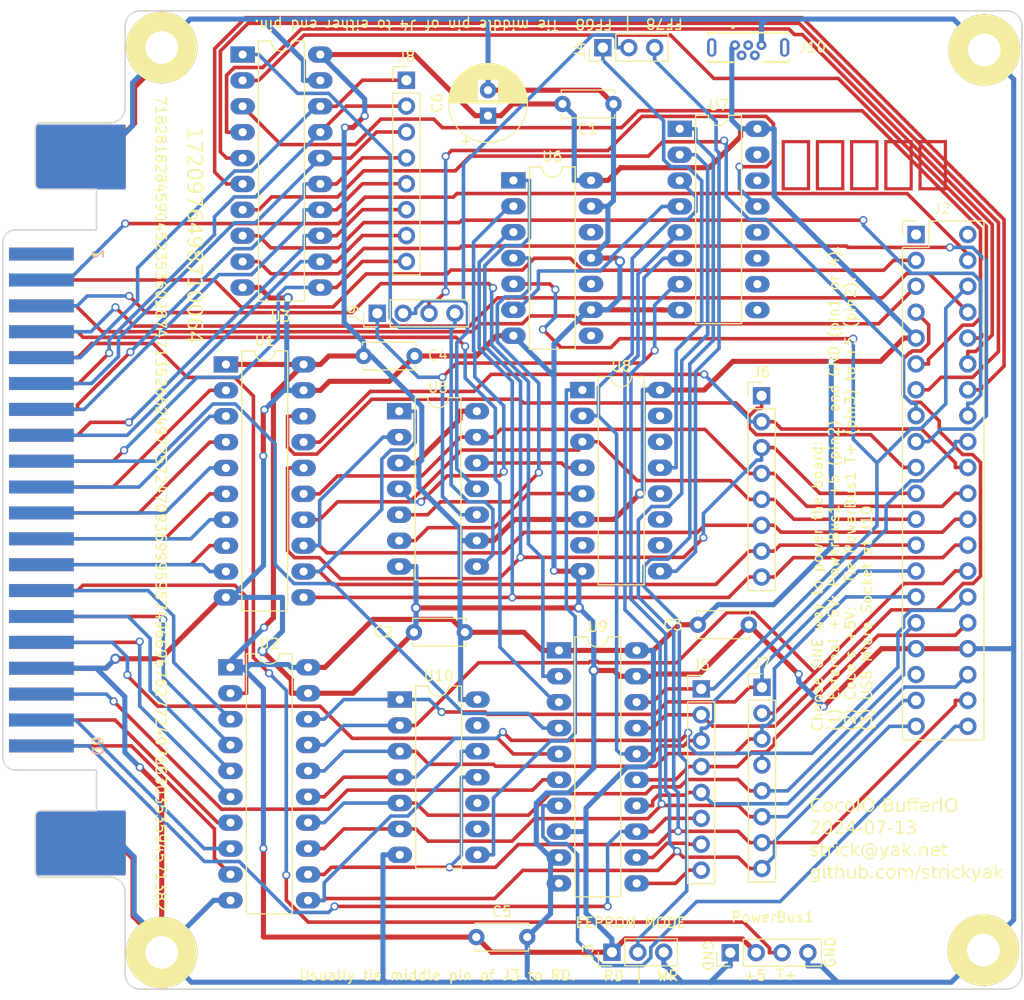
<source format=kicad_pcb>
(kicad_pcb (version 20221018) (generator pcbnew)
  (layers (0 "F.Cu" signal) (31 "B.Cu" signal) (34 "B.Paste" user) (35 "F.Paste" user) (36 "B.SilkS" user "B.Silkscreen") (37 "F.SilkS" user "F.Silkscreen") (38 "B.Mask" user) (39 "F.Mask" user) (44 "Edge.Cuts" user))
  (net 0 "")
  (net 1 "GND")
  (net 8 "/T{slash}HALT")
  (net 9 "/T{slash}NMI")
  (net 10 "/T{slash}RESET")
  (net 11 "/TECLK")
  (net 12 "/TQCLK")
  (net 13 "/T{slash}CART")
  (net 14 "/T5V")
  (net 15 "/TD0")
  (net 16 "/TD1")
  (net 17 "/TD2")
  (net 18 "/TD3")
  (net 19 "/TD4")
  (net 20 "/TD5")
  (net 21 "/TD6")
  (net 22 "/TD7")
  (net 23 "/TR{slash}W")
  (net 24 "/TA0")
  (net 25 "/TA1")
  (net 26 "/TA2")
  (net 27 "/TA3")
  (net 28 "/TA4")
  (net 29 "/TA5")
  (net 30 "/TA6")
  (net 31 "/TA7")
  (net 32 "/TA8")
  (net 33 "/TA9")
  (net 34 "/TA10")
  (net 35 "/TA11")
  (net 36 "/TA12")
  (net 37 "/T{slash}CTS")
  (net 38 "/T{slash}SCS")
  (net 39 "/TA13")
  (net 40 "/TA14")
  (net 41 "/TA15")
  (net 42 "/T{slash}SLENB")
  (net 43 "/RECLK")
  (net 44 "/RQCLK")
  (net 45 "+5V")
  (net 46 "/RD0")
  (net 47 "/RD1")
  (net 48 "/RD2")
  (net 49 "/RD3")
  (net 50 "/RD4")
  (net 51 "/RD5")
  (net 52 "/RD6")
  (net 53 "/RD7")
  (net 54 "/RR{slash}W")
  (net 55 "/RA0")
  (net 56 "/RA1")
  (net 57 "/RA2")
  (net 58 "/RA3")
  (net 59 "/RA4")
  (net 60 "/RA5")
  (net 61 "/RA6")
  (net 62 "/RA7")
  (net 63 "/RA8")
  (net 64 "/RA9")
  (net 65 "/RA10")
  (net 66 "/RA11")
  (net 67 "/RA12")
  (net 68 "/R{slash}CTS")
  (net 69 "/R{slash}SCS")
  (net 70 "/RA13")
  (net 71 "/RA14")
  (net 72 "/RA15")
  (net 73 "/R{slash}SLENB")
  (net 74 "Net-(J3-Pin_2)")
  (net 75 "Net-(J4-Pin_1)")
  (net 76 "/{slash}READ_WIZ")
  (net 77 "Net-(J4-Pin_3)")
  (net 78 "Net-(J5-Pin_7)")
  (net 79 "Net-(J5-Pin_8)")
  (net 80 "/READ_DIRECTION")
  (net 81 "/{slash}FFxx")
  (net 82 "/{slash}A2")
  (net 83 "/{slash}A7")
  (net 84 "/{slash}ZEROS")
  (net 85 "/{slash}READ_ROM")
  (net 86 "/{slash}ONES")
  (net 87 "/{slash}ECLK")
  (net 95 "/{slash}WRITE_ROM")
  (footprint "Package_DIP:DIP-20_W7.62mm_LongPads" (layer "F.Cu") (at 75.006 53.248)
    (fp_text reference "U1")
    (fp_text value "74LS245")
  )
  (footprint "Connector_PinHeader_2.54mm:PinHeader_1x08_P2.54mm_Vertical" (layer "F.Cu") (at 92.716 25.358)
    (fp_text reference "J8")
    (fp_text value "Conn_01x08")
  )
  (footprint "Capacitor_THT:C_Disc_D5.0mm_W2.5mm_P5.00mm" (layer "F.Cu") (at 108.036 27.688)
    (fp_text reference "C1")
    (fp_text value "0.1u")
  )
  (footprint "Package_DIP:DIP-14_W7.62mm_LongPads" (layer "F.Cu") (at 92.006 57.838)
    (fp_text reference "U5")
    (fp_text value "74LS10")
  )
  (footprint "Connector_PinHeader_2.54mm:PinHeader_1x08_P2.54mm_Vertical" (layer "F.Cu") (at 121.646 85.088)
    (fp_text reference "J5")
    (fp_text value "Conn_01x08")
  )
  (footprint "Capacitor_THT:C_Disc_D5.0mm_W2.5mm_P5.00mm" (layer "F.Cu") (at 99.576 109.438)
    (fp_text reference "C5")
    (fp_text value "0.1u")
  )
  (footprint "Package_DIP:DIP-20_W7.62mm_LongPads" (layer "F.Cu") (at 76.646 22.838)
    (fp_text reference "U3")
    (fp_text value "74LS245")
  )
  (footprint "Package_DIP:DIP-16_W7.62mm_LongPads" (layer "F.Cu") (at 109.986 55.758)
    (fp_text reference "U8")
    (fp_text value "74LS138")
  )
  (footprint "Package_DIP:DIP-14_W7.62mm_LongPads" (layer "F.Cu") (at 92.066 86.128)
    (fp_text reference "U10")
    (fp_text value "74LS30")
  )
  (footprint "Connector_PinHeader_2.54mm:PinHeader_1x08_P2.54mm_Vertical" (layer "F.Cu") (at 127.566 56.328)
    (fp_text reference "J6")
    (fp_text value "Conn_01x08")
  )
  (footprint "Capacitor_THT:C_Disc_D5.0mm_W2.5mm_P5.00mm" (layer "F.Cu") (at 98.456 79.528 180)
    (fp_text reference "C2")
    (fp_text value "0.1u")
  )
  (footprint "Capacitor_THT:C_Disc_D5.0mm_W2.5mm_P5.00mm" (layer "F.Cu") (at 88.526 52.418)
    (fp_text reference "C4")
    (fp_text value "0.1u")
  )
  (footprint "Connect:1pin" (layer "F.Cu") (at 68.706 22.148)
    (fp_text reference "GND1" hide)
    (fp_text value "1pin" hide)
  )
  (footprint "coco-card-lib:CocoCardEdge" (layer "F.Cu") (at 53.086 66.548)
    (fp_text reference "J1" hide)
    (fp_text value "Conn_02x20_Odd_Even" hide)
  )
  (footprint "Capacitor_THT:CP_Radial_D7.5mm_P2.50mm" (layer "F.Cu") (at 100.726 28.838 90)
    (fp_text reference "C6")
    (fp_text value "47u")
  )
  (footprint "Connector_PinHeader_2.54mm:PinHeader_1x03_P2.54mm_Vertical" (layer "F.Cu") (at 112.886 110.928 90)
    (fp_text reference "J3")
    (fp_text value "Conn_01x03")
  )
  (footprint "Connect:1pin" (layer "F.Cu") (at 68.706 110.948)
    (fp_text reference "GND4" hide)
    (fp_text value "1pin" hide)
  )
  (footprint "Package_DIP:DIP-14_W7.62mm_LongPads" (layer "F.Cu") (at 103.216 35.188)
    (fp_text reference "U6")
    (fp_text value "74LS04")
  )
  (footprint "Connect:1pin" (layer "F.Cu") (at 149.336 110.718)
    (fp_text reference "GND5y" hide)
    (fp_text value "1pin" hide)
  )
  (footprint "Package_DIP:DIP-20_W7.62mm_LongPads" (layer "F.Cu") (at 107.686 81.308)
    (fp_text reference "U9")
    (fp_text value "74LS245")
  )
  (footprint "Connect:1pin" (layer "F.Cu") (at 149.426 22.388)
    (fp_text reference "GND5x" hide)
    (fp_text value "1pin" hide)
  )
  (footprint "Capacitor_THT:C_Disc_D5.0mm_W2.5mm_P5.00mm" (layer "F.Cu") (at 121.316 78.788)
    (fp_text reference "C3")
    (fp_text value "0.1u")
  )
  (footprint "Connector_PinHeader_2.54mm:PinHeader_1x03_P2.54mm_Vertical" (layer "F.Cu") (at 111.996 22.158 90)
    (fp_text reference "J4")
    (fp_text value "Conn_01x03")
  )
  (footprint "usb3131:GCT_USB3131-30-0230-A_REVB" (layer "F.Cu") (at 126.256 22.138)
    (fp_text reference "J10")
    (fp_text value "USB3131-30-0230-A_REVB")
  )
  (footprint "Connector_PinHeader_2.54mm:PinHeader_1x08_P2.54mm_Vertical" (layer "F.Cu") (at 127.606 84.928)
    (fp_text reference "J7")
    (fp_text value "Conn_01x08")
  )
  (footprint "coco-card-lib:Coco_Card_Female" (layer "F.Cu") (at 142.726 60.818)
    (fp_text reference "J2")
    (fp_text value "Conn_02x20_Odd_Even")
  )
  (footprint "Package_DIP:DIP-20_W7.62mm_LongPads" (layer "F.Cu") (at 75.451 82.973)
    (fp_text reference "U2")
    (fp_text value "74LS245")
  )
  (footprint "Package_DIP:DIP-16_W7.62mm_LongPads" (layer "F.Cu") (at 119.536 30.128)
    (fp_text reference "U7")
    (fp_text value "74LS138")
  )
  (footprint "Connector_PinHeader_2.54mm:PinHeader_1x04_P2.54mm_Vertical" (layer "F.Cu") (at 124.496 110.968 90)
    (fp_text reference "PowerBus1")
    (fp_text value "Conn_01x04")
  )
  (footprint "Connector_PinHeader_2.54mm:PinHeader_1x04_P2.54mm_Vertical" (layer "F.Cu") (at 89.856 48.228 90)
    (fp_text reference "J9")
    (fp_text value "Conn_01x04")
  )
  (gr_line (start 55.106 93.048) (end 62.306 93.048) (stroke (width 0.15)) (layer "Edge.Cuts"))
  (gr_arc (start 56.806 36.048) (mid 56.452447 35.901553) (end 56.306 35.548) (stroke (width 0.15)) (layer "Edge.Cuts"))
  (gr_arc (start 53.106 41.298) (mid 53.472117 40.414117) (end 54.356 40.048) (stroke (width 0.15)) (layer "Edge.Cuts"))
  (gr_line (start 62.306 40.048) (end 62.306 36.048) (stroke (width 0.15)) (layer "Edge.Cuts"))
  (gr_line (start 54.356 93.048) (end 55.106 93.048) (stroke (width 0.15)) (layer "Edge.Cuts"))
  (gr_line (start 56.806 36.048) (end 62.306 36.048) (stroke (width 0.15)) (layer "Edge.Cuts"))
  (gr_line (start 153.106 113.048) (end 153.106 20.048) (stroke (width 0.15)) (layer "Edge.Cuts"))
  (gr_line (start 53.106 91.798) (end 53.106 91.548) (stroke (width 0.15)) (layer "Edge.Cuts"))
  (gr_arc (start 54.356 93.048) (mid 53.472117 92.681883) (end 53.106 91.798) (stroke (width 0.15)) (layer "Edge.Cuts"))
  (gr_arc (start 65.106 28.048) (mid 64.66666 29.10866) (end 63.606 29.548) (stroke (width 0.15)) (layer "Edge.Cuts"))
  (gr_arc (start 56.806 103.548) (mid 56.452447 103.401553) (end 56.306 103.048) (stroke (width 0.15)) (layer "Edge.Cuts"))
  (gr_line (start 56.806 97.048) (end 62.306 97.048) (stroke (width 0.15)) (layer "Edge.Cuts"))
  (gr_line (start 54.356 40.048) (end 55.106 40.048) (stroke (width 0.15)) (layer "Edge.Cuts"))
  (gr_arc (start 153.106 113.048) (mid 152.66666 114.10866) (end 151.606 114.548) (stroke (width 0.15)) (layer "Edge.Cuts"))
  (gr_line (start 56.806 103.548) (end 63.606 103.548) (stroke (width 0.15)) (layer "Edge.Cuts"))
  (gr_line (start 56.806 29.548) (end 63.606 29.548) (stroke (width 0.15)) (layer "Edge.Cuts"))
  (gr_line (start 149.606 114.548) (end 151.606 114.548) (stroke (width 0.15)) (layer "Edge.Cuts"))
  (gr_line (start 53.106 41.548) (end 53.106 91.548) (stroke (width 0.15)) (layer "Edge.Cuts"))
  (gr_line (start 65.106 105.048) (end 65.106 113.048) (stroke (width 0.15)) (layer "Edge.Cuts"))
  (gr_arc (start 66.606 114.548) (mid 65.54534 114.10866) (end 65.106 113.048) (stroke (width 0.15)) (layer "Edge.Cuts"))
  (gr_line (start 65.106 20.048) (end 65.106 28.048) (stroke (width 0.15)) (layer "Edge.Cuts"))
  (gr_line (start 62.306 93.048) (end 62.306 97.048) (stroke (width 0.15)) (layer "Edge.Cuts"))
  (gr_line (start 55.106 40.048) (end 62.306 40.048) (stroke (width 0.15)) (layer "Edge.Cuts"))
  (gr_arc (start 63.606 103.548) (mid 64.66666 103.98734) (end 65.106 105.048) (stroke (width 0.15)) (layer "Edge.Cuts"))
  (gr_arc (start 65.106 20.048) (mid 65.54534 18.98734) (end 66.606 18.548) (stroke (width 0.15)) (layer "Edge.Cuts"))
  (gr_line (start 66.606 114.548) (end 149.606 114.548) (stroke (width 0.15)) (layer "Edge.Cuts"))
  (gr_arc (start 151.606 18.548) (mid 152.66666 18.98734) (end 153.106 20.048) (stroke (width 0.15)) (layer "Edge.Cuts"))
  (gr_line (start 56.306 30.048) (end 56.306 35.548) (stroke (width 0.15)) (layer "Edge.Cuts"))
  (gr_arc (start 56.306 97.548) (mid 56.452447 97.194447) (end 56.806 97.048) (stroke (width 0.15)) (layer "Edge.Cuts"))
  (gr_line (start 151.606 18.548) (end 149.606 18.548) (stroke (width 0.15)) (layer "Edge.Cuts"))
  (gr_line (start 149.606 18.548) (end 66.606 18.548) (stroke (width 0.15)) (layer "Edge.Cuts"))
  (gr_line (start 56.306 97.548) (end 56.306 103.048) (stroke (width 0.15)) (layer "Edge.Cuts"))
  (gr_line (start 53.106 41.298) (end 53.106 41.548) (stroke (width 0.15)) (layer "Edge.Cuts"))
  (gr_arc (start 56.306 30.048) (mid 56.452447 29.694447) (end 56.806 29.548) (stroke (width 0.15)) (layer "Edge.Cuts"))
  (gr_text "ยักษ์" (at 129.256 35.848) (layer "F.Cu") (effects (font (size 4 4)) (justify left bottom)))
  (gr_text "GND" (at 134.896 112.558 90) (layer "F.SilkS") (effects (font (size 1 1)) (justify left bottom)))
  (gr_text "FF78" (at 119.936 19.218 180) (layer "F.SilkS") (effects (font (size 1 1)) (justify left bottom)))
  (gr_text "+5" (at 125.726 113.798) (layer "F.SilkS") (effects (font (size 1 1)) (justify left bottom)))
  (gr_text "T+" (at 128.926 113.748) (layer "F.SilkS") (effects (font (size 1 1)) (justify left bottom)))
  (gr_text "718281828459045235360287471352662497757247093699959574966967627724076630353594571382" (at 68.026 26.778 270) (layer "F.SilkS") (effects (font (size 1 1)) (justify left bottom)))
  (gr_text "Usually tie middle pin of J3 to RD." (at 82.096 113.768) (layer "F.SilkS") (effects (font (size 1 1)) (justify left bottom)))
  (gr_text "Choose ONE way to power the board:\n(1) External +5V: PowerBus1 +5 (pin2) and GND (pin1 or 4).\n(2) Coco's +5V:   Tie PowerBus1 T+ (pin3) to +5 (pin2).\n(3) USB Micro Socket at J10." (at 138.476 89.368 90) (layer "F.SilkS") (effects (font (size 1 1)) (justify left bottom)))
  (gr_text "|" (at 114.996 19.328 180) (layer "F.SilkS") (effects (font (size 1 1)) (justify left bottom)))
  (gr_text "WR" (at 117.176 113.828) (layer "F.SilkS") (effects (font (size 1 1)) (justify left bottom)))
  (gr_text "Tie middle pin of J4 to either end pin." (at 107.756 19.358 180) (layer "F.SilkS") (effects (font (size 1 1)) (justify left bottom)))
  (gr_text "EEPROM MODE" (at 109.196 108.618) (layer "F.SilkS") (effects (font (size 1 1)) (justify left bottom)))
  (gr_text "1720976498710064" (at 70.976 29.898 270) (layer "F.SilkS") (effects (font (size 1.5 1.5)) (justify left bottom)))
  (gr_text "GND" (at 121.706 109.618 -90) (layer "F.SilkS") (effects (font (size 1 1)) (justify left bottom)))
  (gr_text "RD" (at 111.976 113.828) (layer "F.SilkS") (effects (font (size 1 1)) (justify left bottom)))
  (gr_text "FF68" (at 113.016 19.278 180) (layer "F.SilkS") (effects (font (size 1 1)) (justify left bottom)))
  (gr_text "CocoIO-BufferIO\n2024-07-13\nstrick@yak.net\ngithub.com/strickyak\n" (at 132.286 103.918) (layer "F.SilkS") (effects (font (size 1.3 1.3)) (justify left bottom)))
  (gr_text "|" (at 114.976 113.728) (layer "F.SilkS") (effects (font (size 1 1)) (justify left bottom)))
  (segment (start 85.1589 54.907) (end 84.2779 55.788) (width 0.5) (layer "F.Cu") (net 1))
  (segment (start 75.006 76.108) (end 74.606 76.108) (width 0.5) (layer "F.Cu") (net 1))
  (segment (start 115.306 83.848) (end 116.958 83.848) (width 0.5) (layer "F.Cu") (net 1))
  (segment (start 78.2979 45.698) (end 79.3322 46.7323) (width 0.5) (layer "F.Cu") (net 1))
  (segment (start 142.726 81.138) (end 139.336 81.138) (width 0.5) (layer "F.Cu") (net 1))
  (segment (start 56.896 83.058) (end 63.226 83.058) (width 0.5) (layer "F.Cu") (net 1))
  (segment (start 78.676 62.228) (end 78.676 57.798) (width 0.5) (layer "F.Cu") (net 1))
  (segment (start 113.085 83.2791) (end 111.101 83.2791) (width 0.5) (layer "F.Cu") (net 1))
  (segment (start 107.276 73.488) (end 107.196 73.568) (width 0.5) (layer "F.Cu") (net 1))
  (segment (start 76.646 45.698) (end 78.2979 45.698) (width 0.5) (layer "F.Cu") (net 1))
  (segment (start 109.601 77.1392) (end 109.632 77.1077) (width 0.5) (layer "F.Cu") (net 1))
  (segment (start 119.536 47.908) (end 117.884 47.908) (width 0.5) (layer "F.Cu") (net 1))
  (segment (start 93.6579 77.1392) (end 109.601 77.1392) (width 0.5) (layer "F.Cu") (net 1))
  (segment (start 65.886 107.388) (end 65.886 101.718) (width 0.5) (layer "F.Cu") (net 1))
  (segment (start 103.216 50.428) (end 101.564 50.428) (width 0.5) (layer "F.Cu") (net 1))
  (segment (start 91.037 54.907) (end 85.1589 54.907) (width 0.5) (layer "F.Cu") (net 1))
  (segment (start 78.676 57.798) (end 78.776 57.698) (width 0.5) (layer "F.Cu") (net 1))
  (segment (start 100.726 26.338) (end 111.686 26.338) (width 0.5) (layer "F.Cu") (net 1))
  (segment (start 68.706 110.208) (end 65.886 107.388) (width 0.5) (layer "F.Cu") (net 1))
  (segment (start 79.3322 46.7323) (end 81.0796 46.7323) (width 0.5) (layer "F.Cu") (net 1))
  (segment (start 109.986 73.538) (end 107.226 73.538) (width 0.5) (layer "F.Cu") (net 1))
  (segment (start 81.4191 85.513) (end 81.4191 84.1921) (width 0.5) (layer "F.Cu") (net 1))
  (segment (start 107.196 73.488) (end 107.276 73.488) (width 0.5) (layer "F.Cu") (net 1))
  (segment (start 110.836 42.808) (end 113.343 42.808) (width 0.5) (layer "F.Cu") (net 1))
  (segment (start 66.046 29.578) (end 63.586 32.038) (width 0.5) (layer "F.Cu") (net 1))
  (segment (start 68.586 82.128) (end 64.156 82.128) (width 0.5) (layer "F.Cu") (net 1))
  (segment (start 84.2779 55.788) (end 82.626 55.788) (width 0.5) (layer "F.Cu") (net 1))
  (segment (start 83.071 85.513) (end 81.4191 85.513) (width 0.5) (layer "F.Cu") (net 1))
  (segment (start 68.706 22.148) (end 68.706 23.378) (width 0.5) (layer "F.Cu") (net 1))
  (segment (start 68.706 110.948) (end 68.706 94.928) (width 0.5) (layer "F.Cu") (net 1))
  (segment (start 113.343 42.808) (end 113.664 43.1292) (width 0.5) (layer "F.Cu") (net 1))
  (segment (start 111.686 26.338) (end 113.036 27.688) (width 0.5) (layer "F.Cu") (net 1))
  (segment (start 65.886 101.718) (end 64.736 100.568) (width 0.5) (layer "F.Cu") (net 1))
  (segment (start 66.046 26.038) (end 66.046 29.578) (width 0.5) (layer "F.Cu") (net 1))
  (segment (start 63.226 83.058) (end 64.156 82.128) (width 0.5) (layer "F.Cu") (net 1))
  (segment (start 68.706 110.948) (end 68.706 110.208) (width 0.5) (layer "F.Cu") (net 1))
  (segment (start 131.166 83.638) (end 131.206 83.638) (width 0.5) (layer "F.Cu") (net 1))
  (segment (start 81.4191 84.1921) (end 78.5965 81.3695) (width 0.5) (layer "F.Cu") (net 1))
  (segment (start 99.5741 52.418) (end 93.526 52.418) (width 0.5) (layer "F.Cu") (net 1))
  (segment (start 93.456 79.528) (end 87.471 85.513) (width 0.5) (layer "F.Cu") (net 1))
  (segment (start 87.471 85.513) (end 83.071 85.513) (width 0.5) (layer "F.Cu") (net 1))
  (segment (start 117.884 47.908) (end 117.864 47.888) (width 0.5) (layer "F.Cu") (net 1))
  (segment (start 113.654 83.848) (end 113.085 83.2791) (width 0.5) (layer "F.Cu") (net 1))
  (segment (start 68.706 23.378) (end 66.046 26.038) (width 0.5) (layer "F.Cu") (net 1))
  (segment (start 126.316 78.788) (end 131.166 83.638) (width 0.5) (layer "F.Cu") (net 1))
  (segment (start 107.226 73.538) (end 107.196 73.568) (width 0.5) (layer "F.Cu") (net 1))
  (segment (start 116.958 83.848) (end 117.178 83.6276) (width 0.5) (layer "F.Cu") (net 1))
  (segment (start 115.306 83.848) (end 113.654 83.848) (width 0.5) (layer "F.Cu") (net 1))
  (segment (start 74.606 76.108) (end 68.586 82.128) (width 0.5) (layer "F.Cu") (net 1))
  (segment (start 121.476 83.6276) (end 126.316 78.788) (width 0.5) (layer "F.Cu") (net 1))
  (segment (start 142.726 81.138) (end 147.806 81.138) (width 0.5) (layer "F.Cu") (net 1))
  (segment (start 117.864 47.888) (end 110.836 47.888) (width 0.5) (layer "F.Cu") (net 1))
  (segment (start 107.196 73.568) (end 107.196 73.488) (width 0.5) (layer "F.Cu") (net 1))
  (segment (start 101.564 50.428) (end 99.5741 52.418) (width 0.5) (layer "F.Cu") (net 1))
  (segment (start 139.336 81.138) (end 133.656 86.818) (width 0.5) (layer "F.Cu") (net 1))
  (segment (start 117.178 83.6276) (end 121.476 83.6276) (width 0.5) (layer "F.Cu") (net 1))
  (segment (start 68.706 94.928) (end 66.556 92.778) (width 0.5) (layer "F.Cu") (net 1))
  (segment (start 93.526 52.418) (end 91.037 54.907) (width 0.5) (layer "F.Cu") (net 1))
  (via (at 78.5965 81.3695) (size 1) (drill 0.6) (layers "F.Cu" "B.Cu") (net 1))
  (via (at 81.0796 46.7323) (size 1) (drill 0.6) (layers "F.Cu" "B.Cu") (net 1))
  (via (at 107.196 73.488) (size 0.8) (drill 0.5) (layers "F.Cu" "B.Cu") (net 1))
  (via (at 78.676 62.228) (size 0.8) (drill 0.5) (layers "F.Cu" "B.Cu") (net 1))
  (via (at 111.101 83.2791) (size 1) (drill 0.6) (layers "F.Cu" "B.Cu") (net 1))
  (via (at 66.556 92.778) (size 0.8) (drill 0.5) (layers "F.Cu" "B.Cu") (net 1))
  (via (at 93.6579 77.1392) (size 1) (drill 0.6) (layers "F.Cu" "B.Cu") (net 1))
  (via (at 133.656 86.818) (size 0.8) (drill 0.5) (layers "F.Cu" "B.Cu") (net 1))
  (via (at 64.156 82.128) (size 1) (drill 0.6) (layers "F.Cu" "B.Cu") (net 1))
  (via (at 109.632 77.1077) (size 1) (drill 0.6) (layers "F.Cu" "B.Cu") (net 1))
  (via (at 131.206 83.638) (size 0.8) (drill 0.5) (layers "F.Cu" "B.Cu") (net 1))
  (via (at 113.664 43.1292) (size 1) (drill 0.6) (layers "F.Cu" "B.Cu") (net 1))
  (via (at 78.776 57.698) (size 0.8) (drill 0.5) (layers "F.Cu" "B.Cu") (net 1))
  (segment (start 73.7991 105.833) (end 69.2191 110.413) (width 0.5) (layer "B.Cu") (net 1))
  (segment (start 152.306 81.138) (end 152.306 107.748) (width 0.5) (layer "B.Cu") (net 1))
  (segment (start 69.2191 110.413) (end 68.706 110.413) (width 0.5) (layer "B.Cu") (net 1))
  (segment (start 118.116 112.23) (end 119.754 113.868) (width 0.5) (layer "B.Cu") (net 1))
  (segment (start 124.496 112.27) (end 124.134 112.27) (width 0.5) (layer "B.Cu") (net 1))
  (segment (start 71.496 19.358) (end 78.5296 19.358) (width 0.5) (layer "B.Cu") (net 1))
  (segment (start 78.776 57.698) (end 78.776 57.708) (width 0.5) (layer "B.Cu") (net 1))
  (segment (start 84.266 25.378) (end 82.6141 25.378) (width 0.5) (layer "B.Cu") (net 1))
  (segment (start 113.036 27.688) (end 113.036 37.1799) (width 0.5) (layer "B.Cu") (net 1))
  (segment (start 82.626 55.788) (end 80.696 55.788) (width 0.5) (layer "B.Cu") (net 1))
  (segment (start 117.966 112.23) (end 118.116 112.23) (width 0.5) (layer "B.Cu") (net 1))
  (segment (start 104.576 109.438) (end 106.86 107.154) (width 0.5) (layer "B.Cu") (net 1))
  (segment (start 132.116 112.27) (end 133.418 112.27) (width 0.5) (layer "B.Cu") (net 1))
  (segment (start 127.556 19.858) (end 127.556 21.918) (width 0.5) (layer "B.Cu") (net 1))
  (segment (start 71.626 113.868) (end 90.6827 113.868) (width 0.5) (layer "B.Cu") (net 1))
  (segment (start 75.566 76.108) (end 78.596 73.078) (width 0.5) (layer "B.Cu") (net 1))
  (segment (start 110.836 37.728) (end 112.488 37.728) (width 0.5) (layer "B.Cu") (net 1))
  (segment (start 109.986 73.538) (end 109.632 73.8917) (width 0.5) (layer "B.Cu") (net 1))
  (segment (start 68.706 110.948) (end 68.706 110.413) (width 0.5) (layer "B.Cu") (net 1))
  (segment (start 92.066 101.368) (end 90.4141 101.368) (width 0.5) (layer "B.Cu") (net 1))
  (segment (start 78.696 62.248) (end 78.676 62.228) (width 0.5) (layer "B.Cu") (net 1))
  (segment (start 111.101 92.826) (end 108.631 95.2961) (width 0.5) (layer "B.Cu") (net 1))
  (segment (start 104.576 113.215) (end 105.229 113.868) (width 0.5) (layer "B.Cu") (net 1))
  (segment (start 112.488 41.1561) (end 112.488 37.728) (width 0.5) (layer "B.Cu") (net 1))
  (segment (start 113.664 43.1292) (end 113.664 46.712) (width 0.5) (layer "B.Cu") (net 1))
  (segment (start 105.462 96.2974) (end 105.462 100.23) (width 0.5) (layer "B.Cu") (net 1))
  (segment (start 132.116 110.968) (end 132.116 112.27) (width 0.5) (layer "B.Cu") (net 1))
  (segment (start 68.706 22.738) (end 65.846 25.598) (width 0.5) (layer "B.Cu") (net 1))
  (segment (start 78.5296 19.358) (end 100.751 19.358) (width 0.5) (layer "B.Cu") (net 1))
  (segment (start 68.706 109.878) (end 66.006 107.178) (width 0.5) (layer "B.Cu") (net 1))
  (segment (start 106.86 107.154) (end 106.86 104.168) (width 0.5) (layer "B.Cu") (net 1))
  (segment (start 131.206 83.638) (end 131.206 84.368) (width 0.5) (layer "B.Cu") (net 1))
  (segment (start 93.456 79.528) (end 93.6579 79.3261) (width 0.5) (layer "B.Cu") (net 1))
  (segment (start 107.686 104.168) (end 106.86 104.168) (width 0.5) (layer "B.Cu") (net 1))
  (segment (start 146.186 113.868) (end 149.336 110.718) (width 0.5) (layer "B.Cu") (net 1))
  (segment (start 68.706 22.148) (end 68.706 22.738) (width 0.5) (layer "B.Cu") (net 1))
  (segment (start 68.706 110.948) (end 71.626 113.868) (width 0.5) (layer "B.Cu") (net 1))
  (segment (start 149.426 22.388) (end 152.306 25.268) (width 0.5) (layer "B.Cu") (net 1))
  (segment (start 80.696 55.788) (end 78.786 57.698) (width 0.5) (layer "B.Cu") (net 1))
  (segment (start 80.9741 46.8378) (end 81.0796 46.7323) (width 0.5) (layer "B.Cu") (net 1))
  (segment (start 152.306 107.748) (end 149.336 110.718) (width 0.5) (layer "B.Cu") (net 1))
  (segment (start 90.4141 101.368) (end 90.4141 113.599) (width 0.5) (layer "B.Cu") (net 1))
  (segment (start 113.664 46.712) (end 112.488 47.888) (width 0.5) (layer "B.Cu") (net 1))
  (segment (start 82.626 55.788) (end 80.9741 55.788) (width 0.5) (layer "B.Cu") (net 1))
  (segment (start 66.556 92.778) (end 66.426 92.708) (width 0.5) (layer "B.Cu") (net 1))
  (segment (start 65.086 85.855207) (end 65.086 91.308) (width 0.5) (layer "B.Cu") (net 1))
  (segment (start 109.632 73.8917) (end 109.632 77.1077) (width 0.5) (layer "B.Cu") (net 1))
  (segment (start 66.006 101.568) (end 64.386 99.948) (width 0.5) (layer "B.Cu") (net 1))
  (segment (start 124.496 110.968) (end 124.496 112.27) (width 0.5) (layer "B.Cu") (net 1))
  (segment (start 107.686 101.628) (end 106.86 101.628) (width 0.5) (layer "B.Cu") (net 1))
  (segment (start 119.754 113.868) (end 122.536 113.868) (width 0.5) (layer "B.Cu") (net 1))
  (segment (start 106.86 104.168) (end 106.86 101.628) (width 0.5) (layer "B.Cu") (net 1))
  (segment (start 100.751 19.358) (end 128.056 19.358) (width 0.5) (layer "B.Cu") (net 1))
  (segment (start 56.896 83.058) (end 63.226 83.058) (width 0.5) (layer "B.Cu") (net 1))
  (segment (start 68.706 22.148) (end 71.496 19.358) (width 0.5) (layer "B.Cu") (net 1))
  (segment (start 122.536 113.868) (end 135.016 113.868) (width 0.5) (layer "B.Cu") (net 1))
  (segment (start 75.006 76.108) (end 75.566 76.108) (width 0.5) (layer "B.Cu") (net 1))
  (segment (start 66.006 107.178) (end 66.006 101.568) (width 0.5) (layer "B.Cu") (net 1))
  (segment (start 93.6579 73.078) (end 92.006 73.078) (width 0.5) (layer "B.Cu") (net 1))
  (segment (start 80.9741 55.788) (end 80.9741 46.8378) (width 0.5) (layer "B.Cu") (net 1))
  (segment (start 113.036 37.1799) (end 112.488 37.728) (width 0.5) (layer "B.Cu") (net 1))
  (segment (start 109.632 77.1077) (end 111.101 78.5766) (width 0.5) (layer "B.Cu") (net 1))
  (segment (start 110.836 47.888) (end 110.536 47.888) (width 0.5) (layer "B.Cu") (net 1))
  (segment (start 56.896 83.058) (end 62.288793 83.058) (width 0.5) (layer "B.Cu") (net 1))
  (segment (start 78.786 57.698) (end 78.776 57.698) (width 0.5) (layer "B.Cu") (net 1))
  (segment (start 107.196 54.408) (end 107.196 54.498) (width 0.5) (layer "B.Cu") (net 1))
  (segment (start 106.463 95.2961) (end 105.462 96.2974) (width 0.5) (layer "B.Cu") (net 1))
  (segment (start 65.086 91.308) (end 66.556 92.778) (width 0.5) (layer "B.Cu") (net 1))
  (segment (start 75.451 105.833) (end 73.7991 105.833) (width 0.5) (layer "B.Cu") (net 1))
  (segment (start 80.556 79.41) (end 78.5965 81.3695) (width 0.5) (layer "B.Cu") (net 1))
  (segment (start 78.696 62.208) (end 78.696 62.148) (width 0.5) (layer "B.Cu") (net 1))
  (segment (start 105.462 100.23) (end 106.86 101.628) (width 0.5) (layer "B.Cu") (net 1))
  (segment (start 64.386 99.948) (end 63.576 99.948) (width 0.5) (layer "B.Cu") (net 1))
  (segment (start 78.776 57.708) (end 78.826 57.658) (width 0.5) (layer "B.Cu") (net 1))
  (segment (start 131.206 84.368) (end 133.656 86.818) (width 0.5) (layer "B.Cu") (net 1))
  (segment (start 78.696 72.978) (end 78.696 62.248) (width 0.5) (layer "B.Cu") (net 1))
  (segment (start 90.6827 113.868) (end 105.229 113.868) (width 0.5) (layer "B.Cu") (net 1))
  (segment (start 75.006 76.108) (end 80.556 76.108) (width 0.5) (layer "B.Cu") (net 1))
  (segment (start 100.726 19.383) (end 100.726 26.338) (width 0.5) (layer "B.Cu") (net 1))
  (segment (start 93.6579 77.1392) (end 93.6579 73.078) (width 0.5) (layer "B.Cu") (net 1))
  (segment (start 117.966 110.928) (end 117.966 112.23) (width 0.5) (layer "B.Cu") (net 1))
  (segment (start 110.536 47.888) (end 107.196 51.228) (width 0.5) (layer "B.Cu") (net 1))
  (segment (start 63.226 83.058) (end 64.156 82.128) (width 0.5) (layer "B.Cu") (net 1))
  (segment (start 124.134 112.27) (end 122.536 113.868) (width 0.5) (layer "B.Cu") (net 1))
  (segment (start 108.631 95.2961) (end 106.463 95.2961) (width 0.5) (layer "B.Cu") (net 1))
  (segment (start 110.836 42.808) (end 112.488 41.1561) (width 0.5) (layer "B.Cu") (net 1))
  (segment (start 104.576 109.438) (end 104.576 113.215) (width 0.5) (layer "B.Cu") (net 1))
  (segment (start 107.196 54.498) (end 107.196 73.488) (width 0.5) (layer "B.Cu") (net 1))
  (segment (start 128.056 19.358) (end 146.396 19.358) (width 0.5) (layer "B.Cu") (net 1))
  (segment (start 65.846 25.598) (end 65.846 29.838) (width 0.5) (layer "B.Cu") (net 1))
  (segment (start 90.4141 113.599) (end 90.6827 113.868) (width 0.5) (layer "B.Cu") (net 1))
  (segment (start 82.6141 23.4425) (end 78.5296 19.358) (width 0.5) (layer "B.Cu") (net 1))
  (segment (start 103.216 50.428) (end 107.196 54.408) (width 0.5) (layer "B.Cu") (net 1))
  (segment (start 93.6579 79.3261) (end 93.6579 77.1392) (width 0.5) (layer "B.Cu") (net 1))
  (segment (start 78.596 73.078) (end 78.696 72.978) (width 0.5) (layer "B.Cu") (net 1))
  (segment (start 62.288793 83.058) (end 65.086 85.855207) (width 0.5) (layer "B.Cu") (net 1))
  (segment (start 152.306 25.268) (end 152.306 81.138) (width 0.5) (layer "B.Cu") (net 1))
  (segment (start 111.101 83.2791) (end 111.101 92.826) (width 0.5) (layer "B.Cu") (net 1))
  (segment (start 78.676 62.228) (end 78.696 62.208) (width 0.5) (layer "B.Cu") (net 1))
  (segment (start 82.6141 25.378) (end 82.6141 23.4425) (width 0.5) (layer "B.Cu") (net 1))
  (segment (start 105.229 113.868) (end 119.754 113.868) (width 0.5) (layer "B.Cu") (net 1))
  (segment (start 80.556 76.108) (end 80.556 79.41) (width 0.5) (layer "B.Cu") (net 1))
  (segment (start 133.418 112.27) (end 135.016 113.868) (width 0.5) (layer "B.Cu") (net 1))
  (segment (start 146.396 19.358) (end 149.426 22.388) (width 0.5) (layer "B.Cu") (net 1))
  (segment (start 65.846 29.838) (end 63.856 31.828) (width 0.5) (layer "B.Cu") (net 1))
  (segment (start 135.016 113.868) (end 146.186 113.868) (width 0.5) (layer "B.Cu") (net 1))
  (segment (start 112.488 47.888) (end 110.836 47.888) (width 0.5) (layer "B.Cu") (net 1))
  (segment (start 111.101 78.5766) (end 111.101 83.2791) (width 0.5) (layer "B.Cu") (net 1))
  (segment (start 152.306 81.138) (end 147.806 81.138) (width 0.5) (layer "B.Cu") (net 1))
  (segment (start 68.706 110.413) (end 68.706 109.878) (width 0.5) (layer "B.Cu") (net 1))
  (segment (start 107.196 51.228) (end 107.196 54.498) (width 0.5) (layer "B.Cu") (net 1))
  (segment (start 100.751 19.358) (end 100.726 19.383) (width 0.5) (layer "B.Cu") (net 1))
  (segment (start 128.056 19.358) (end 127.556 19.858) (width 0.5) (layer "B.Cu") (net 1))
  (segment (start 139.5538 44.0042) (end 140.52 43.038) (width 0.35) (layer "F.Cu") (net 8))
  (segment (start 105.257701 42.828) (end 108.794299 42.828) (width 0.35) (layer "F.Cu") (net 8))
  (segment (start 73.8416 44.958) (end 76.4928 47.6092) (width 0.35) (layer "F.Cu") (net 8))
  (segment (start 96.707 44.3649) (end 97.0889 43.983) (width 0.35) (layer "F.Cu") (net 8))
  (segment (start 140.52 43.038) (end 142.726 43.038) (width 0.35) (layer "F.Cu") (net 8))
  (segment (start 108.794299 42.828) (end 109.970499 44.0042) (width 0.35) (layer "F.Cu") (net 8))
  (segment (start 76.4928 47.6092) (end 85.5215 47.6092) (width 0.35) (layer "F.Cu") (net 8))
  (segment (start 109.970499 44.0042) (end 139.5538 44.0042) (width 0.35) (layer "F.Cu") (net 8))
  (segment (start 56.896 44.958) (end 73.8416 44.958) (width 0.35) (layer "F.Cu") (net 8))
  (segment (start 97.0889 43.983) (end 104.102701 43.983) (width 0.35) (layer "F.Cu") (net 8))
  (segment (start 85.5215 47.6092) (end 88.7658 44.3649) (width 0.35) (layer "F.Cu") (net 8))
  (segment (start 88.7658 44.3649) (end 96.707 44.3649) (width 0.35) (layer "F.Cu") (net 8))
  (segment (start 104.102701 43.983) (end 105.257701 42.828) (width 0.35) (layer "F.Cu") (net 8))
  (segment (start 141.857 36.478) (end 97.671 36.478) (width 0.35) (layer "F.Cu") (net 9))
  (segment (start 147.806 43.038) (end 147.806 42.427) (width 0.35) (layer "F.Cu") (net 9))
  (segment (start 147.806 42.427) (end 141.857 36.478) (width 0.35) (layer "F.Cu") (net 9))
  (segment (start 97.3179 36.8311) (end 88.6508 36.8311) (width 0.35) (layer "F.Cu") (net 9))
  (segment (start 97.671 36.478) (end 97.3179 36.8311) (width 0.35) (layer "F.Cu") (net 9))
  (segment (start 86.0564 39.4255) (end 65.126 39.4255) (width 0.35) (layer "F.Cu") (net 9))
  (segment (start 88.6508 36.8311) (end 86.0564 39.4255) (width 0.35) (layer "F.Cu") (net 9))
  (via (at 65.126 39.4255) (size 0.8) (drill 0.5) (layers "F.Cu" "B.Cu") (net 9))
  (segment (start 56.896 44.958) (end 59.5935 44.958) (width 0.35) (layer "B.Cu") (net 9))
  (segment (start 59.5935 44.958) (end 65.126 39.4255) (width 0.35) (layer "B.Cu") (net 9))
  (segment (start 139.051 49.253) (end 109.949299 49.253) (width 0.35) (layer "F.Cu") (net 10))
  (segment (start 99.1511 50.0344) (end 62.8386 50.0344) (width 0.35) (layer "F.Cu") (net 10))
  (segment (start 99.9325 49.253) (end 99.1511 50.0344) (width 0.35) (layer "F.Cu") (net 10))
  (segment (start 109.949299 49.253) (end 109.184299 48.488) (width 0.35) (layer "F.Cu") (net 10))
  (segment (start 104.867701 48.488) (end 104.102701 49.253) (width 0.35) (layer "F.Cu") (net 10))
  (segment (start 104.102701 49.253) (end 99.9325 49.253) (width 0.35) (layer "F.Cu") (net 10))
  (segment (start 60.3022 47.498) (end 56.896 47.498) (width 0.35) (layer "F.Cu") (net 10))
  (segment (start 109.184299 48.488) (end 104.867701 48.488) (width 0.35) (layer "F.Cu") (net 10))
  (segment (start 142.726 45.578) (end 139.051 49.253) (width 0.35) (layer "F.Cu") (net 10))
  (segment (start 62.8386 50.0344) (end 60.3022 47.498) (width 0.35) (layer "F.Cu") (net 10))
  (segment (start 67.1491 48.1611) (end 65.516 46.528) (width 0.35) (layer "F.Cu") (net 11))
  (segment (start 90.2009 45.3195) (end 87.3593 48.1611) (width 0.35) (layer "F.Cu") (net 11))
  (segment (start 100.7975 45.3195) (end 90.2009 45.3195) (width 0.35) (layer "F.Cu") (net 11))
  (segment (start 101.216 45.738) (end 100.7975 45.3195) (width 0.35) (layer "F.Cu") (net 11))
  (segment (start 87.3593 48.1611) (end 67.1491 48.1611) (width 0.35) (layer "F.Cu") (net 11))
  (via (at 101.216 45.738) (size 0.8) (drill 0.5) (layers "F.Cu" "B.Cu") (net 11))
  (via (at 65.516 46.528) (size 0.8) (drill 0.5) (layers "F.Cu" "B.Cu") (net 11))
  (segment (start 56.896 47.498) (end 60.421 47.498) (width 0.35) (layer "B.Cu") (net 11))
  (segment (start 60.421 47.498) (end 61.391 46.528) (width 0.35) (layer "B.Cu") (net 11))
  (segment (start 101.082 51.3358) (end 101.082 45.872) (width 0.35) (layer "B.Cu") (net 11))
  (segment (start 101.082 45.872) (end 101.216 45.738) (width 0.35) (layer "B.Cu") (net 11))
  (segment (start 106.109 72.2883) (end 104.687 70.8664) (width 0.35) (layer "B.Cu") (net 11))
  (segment (start 104.687 54.9406) (end 101.082 51.3358) (width 0.35) (layer "B.Cu") (net 11))
  (segment (start 104.687 70.8664) (end 104.687 54.9406) (width 0.35) (layer "B.Cu") (net 11))
  (segment (start 107.686 83.848) (end 106.109 83.848) (width 0.35) (layer "B.Cu") (net 11))
  (segment (start 106.109 83.848) (end 106.109 72.2883) (width 0.35) (layer "B.Cu") (net 11))
  (segment (start 61.391 46.528) (end 65.516 46.528) (width 0.35) (layer "B.Cu") (net 11))
  (segment (start 60.4479 50.038) (end 60.9963 50.5864) (width 0.35) (layer "F.Cu") (net 12))
  (segment (start 60.9963 50.5864) (end 97.592101 50.5864) (width 0.35) (layer "F.Cu") (net 12))
  (segment (start 56.896 50.038) (end 60.4479 50.038) (width 0.35) (layer "F.Cu") (net 12))
  (segment (start 97.592101 50.5864) (end 98.481001 51.4753) (width 0.35) (layer "F.Cu") (net 12))
  (via (at 98.481001 51.4753) (size 0.8) (drill 0.5) (layers "F.Cu" "B.Cu") (net 12))
  (segment (start 107.686 86.388) (end 107.286 86.388) (width 0.35) (layer "B.Cu") (net 12))
  (segment (start 107.286 86.388) (end 101.891 80.993) (width 0.35) (layer "B.Cu") (net 12))
  (segment (start 101.891 80.993) (end 101.891 64.9584) (width 0.35) (layer "B.Cu") (net 12))
  (segment (start 101.442 57.5407) (end 98.481001 54.579701) (width 0.35) (layer "B.Cu") (net 12))
  (segment (start 101.891 64.9584) (end 101.442 64.5097) (width 0.35) (layer "B.Cu") (net 12))
  (segment (start 101.442 64.5097) (end 101.442 57.5407) (width 0.35) (layer "B.Cu") (net 12))
  (segment (start 98.481001 54.579701) (end 98.481001 51.4753) (width 0.35) (layer "B.Cu") (net 12))
  (segment (start 139.415 46.713) (end 101.6765 46.713) (width 0.35) (layer "F.Cu") (net 13))
  (segment (start 101.6765 46.713) (end 98.907 49.4825) (width 0.35) (layer "F.Cu") (net 13))
  (segment (start 98.907 49.4825) (end 66.0105 49.4825) (width 0.35) (layer "F.Cu") (net 13))
  (segment (start 66.0105 49.4825) (end 64.166 47.638) (width 0.35) (layer "F.Cu") (net 13))
  (segment (start 141.82 44.308) (end 139.415 46.713) (width 0.35) (layer "F.Cu") (net 13))
  (segment (start 143.996 44.308) (end 141.82 44.308) (width 0.35) (layer "F.Cu") (net 13))
  (segment (start 147.806 48.118) (end 143.996 44.308) (width 0.35) (layer "F.Cu") (net 13))
  (via (at 64.166 47.638) (size 0.8) (drill 0.5) (layers "F.Cu" "B.Cu") (net 13))
  (segment (start 61.766 50.038) (end 64.166 47.638) (width 0.35) (layer "B.Cu") (net 13))
  (segment (start 56.896 50.038) (end 61.766 50.038) (width 0.35) (layer "B.Cu") (net 13))
  (segment (start 67.8842 51.1924) (end 61.8335 51.1924) (width 0.35) (layer "F.Cu") (net 14))
  (segment (start 60.4479 52.578) (end 56.896 52.578) (width 0.35) (layer "F.Cu") (net 14))
  (segment (start 83.0865 107.971) (end 80.9272 105.812) (width 0.35) (layer "F.Cu") (net 14))
  (segment (start 75.8627 54.5179) (end 71.2097 54.5179) (width 0.35) (layer "F.Cu") (net 14))
  (segment (start 128.349 110.968) (end 128.349 110.508) (width 0.35) (layer "F.Cu") (net 14))
  (segment (start 77.7019 82.0081) (end 77.7019 56.3571) (width 0.35) (layer "F.Cu") (net 14))
  (segment (start 61.8335 51.1924) (end 60.4479 52.578) (width 0.35) (layer "F.Cu") (net 14))
  (segment (start 77.7019 56.3571) (end 75.8627 54.5179) (width 0.35) (layer "F.Cu") (net 14))
  (segment (start 128.349 110.508) (end 125.812 107.971) (width 0.35) (layer "F.Cu") (net 14))
  (segment (start 79.2373 83.5435) (end 77.7019 82.0081) (width 0.35) (layer "F.Cu") (net 14))
  (segment (start 80.9272 105.812) (end 80.9272 103.364) (width 0.35) (layer "F.Cu") (net 14))
  (segment (start 125.812 107.971) (end 83.0865 107.971) (width 0.35) (layer "F.Cu") (net 14))
  (segment (start 129.576 110.968) (end 128.349 110.968) (width 0.35) (layer "F.Cu") (net 14))
  (segment (start 71.2097 54.5179) (end 67.8842 51.1924) (width 0.35) (layer "F.Cu") (net 14))
  (via (at 80.9272 103.364) (size 0.8) (drill 0.5) (layers "F.Cu" "B.Cu") (net 14))
  (via (at 79.2373 83.5435) (size 0.8) (drill 0.5) (layers "F.Cu" "B.Cu") (net 14))
  (segment (start 80.9272 103.364) (end 80.9272 85.2334) (width 0.35) (layer "B.Cu") (net 14))
  (segment (start 80.9272 85.2334) (end 79.2373 83.5435) (width 0.35) (layer "B.Cu") (net 14))
  (segment (start 84.266 27.918) (end 85.8429 27.918) (width 0.35) (layer "F.Cu") (net 15))
  (segment (start 85.8429 27.918) (end 88.4029 25.358) (width 0.35) (layer "F.Cu") (net 15))
  (segment (start 88.4029 25.358) (end 92.716 25.358) (width 0.35) (layer "F.Cu") (net 15))
  (segment (start 84.266 27.918) (end 83.866 27.918) (width 0.35) (layer "B.Cu") (net 15))
  (segment (start 75.8507 34.268) (end 66.341 43.7777) (width 0.35) (layer "B.Cu") (net 15))
  (segment (start 77.516 34.268) (end 75.8507 34.268) (width 0.35) (layer "B.Cu") (net 15))
  (segment (start 66.341 46.949727) (end 60.712727 52.578) (width 0.35) (layer "B.Cu") (net 15))
  (segment (start 66.341 43.7777) (end 66.341 46.949727) (width 0.35) (layer "B.Cu") (net 15))
  (segment (start 60.712727 52.578) (end 56.896 52.578) (width 0.35) (layer "B.Cu") (net 15))
  (segment (start 83.866 27.918) (end 77.516 34.268) (width 0.35) (layer "B.Cu") (net 15))
  (segment (start 86.826 27.898) (end 92.716 27.898) (width 0.35) (layer "F.Cu") (net 16))
  (segment (start 56.896 55.118) (end 60.556 55.118) (width 0.35) (layer "F.Cu") (net 16))
  (segment (start 60.556 55.118) (end 63.546 52.128) (width 0.35) (layer "F.Cu") (net 16))
  (segment (start 84.266 30.458) (end 86.826 27.898) (width 0.35) (layer "F.Cu") (net 16))
  (via (at 63.546 52.128) (size 0.8) (drill 0.5) (layers "F.Cu" "B.Cu") (net 16))
  (segment (start 73.8795 38.7575) (end 73.8795 40.5017) (width 0.35) (layer "B.Cu") (net 16))
  (segment (start 75.8291 36.8079) (end 73.8795 38.7575) (width 0.35) (layer "B.Cu") (net 16))
  (segment (start 73.8795 40.5017) (end 63.546 50.8352) (width 0.35) (layer "B.Cu") (net 16))
  (segment (start 77.9161 36.8079) (end 75.8291 36.8079) (width 0.35) (layer "B.Cu") (net 16))
  (segment (start 84.266 30.458) (end 77.9161 36.8079) (width 0.35) (layer "B.Cu") (net 16))
  (segment (start 63.546 50.8352) (end 63.546 52.128) (width 0.35) (layer "B.Cu") (net 16))
  (segment (start 89.796 30.438) (end 92.716 30.438) (width 0.35) (layer "F.Cu") (net 17))
  (segment (start 84.266 32.998) (end 87.236 32.998) (width 0.35) (layer "F.Cu") (net 17))
  (segment (start 87.236 32.998) (end 89.796 30.438) (width 0.35) (layer "F.Cu") (net 17))
  (segment (start 64.461 52.469727) (end 64.461 50.7254) (width 0.35) (layer "B.Cu") (net 17))
  (segment (start 75.8384 39.348) (end 77.916 39.348) (width 0.35) (layer "B.Cu") (net 17))
  (segment (start 77.916 39.348) (end 84.266 32.998) (width 0.35) (layer "B.Cu") (net 17))
  (segment (start 56.896 55.118) (end 61.812727 55.118) (width 0.35) (layer "B.Cu") (net 17))
  (segment (start 64.461 50.7254) (end 75.8384 39.348) (width 0.35) (layer "B.Cu") (net 17))
  (segment (start 61.812727 55.118) (end 64.461 52.469727) (width 0.35) (layer "B.Cu") (net 17))
  (segment (start 60.4479 57.658) (end 60.4479 57.2065) (width 0.35) (layer "F.Cu") (net 18))
  (segment (start 88.4029 32.978) (end 92.716 32.978) (width 0.35) (layer "F.Cu") (net 18))
  (segment (start 85.8429 35.538) (end 88.4029 32.978) (width 0.35) (layer "F.Cu") (net 18))
  (segment (start 60.4479 57.2065) (end 65.6307 52.0237) (width 0.35) (layer "F.Cu") (net 18))
  (segment (start 84.266 35.538) (end 85.8429 35.538) (width 0.35) (layer "F.Cu") (net 18))
  (segment (start 56.896 57.658) (end 60.4479 57.658) (width 0.35) (layer "F.Cu") (net 18))
  (via (at 65.6307 52.0237) (size 0.8) (drill 0.5) (layers "F.Cu" "B.Cu") (net 18))
  (segment (start 82.6891 35.538) (end 82.6891 36.7064) (width 0.35) (layer "B.Cu") (net 18))
  (segment (start 82.6891 36.7064) (end 77.5075 41.888) (width 0.35) (layer "B.Cu") (net 18))
  (segment (start 84.266 35.538) (end 82.6891 35.538) (width 0.35) (layer "B.Cu") (net 18))
  (segment (start 77.5075 41.888) (end 75.7664 41.888) (width 0.35) (layer "B.Cu") (net 18))
  (segment (start 75.7664 41.888) (end 65.6307 52.0237) (width 0.35) (layer "B.Cu") (net 18))
  (segment (start 84.266 38.078) (end 85.8429 38.078) (width 0.35) (layer "F.Cu") (net 19))
  (segment (start 85.8429 38.078) (end 88.4029 35.518) (width 0.35) (layer "F.Cu") (net 19))
  (segment (start 88.4029 35.518) (end 92.716 35.518) (width 0.35) (layer "F.Cu") (net 19))
  (segment (start 56.896 57.658) (end 61.0951 57.658) (width 0.35) (layer "B.Cu") (net 19))
  (segment (start 77.5075 44.428) (end 82.6891 39.2464) (width 0.35) (layer "B.Cu") (net 19))
  (segment (start 82.6891 38.078) (end 84.266 38.078) (width 0.35) (layer "B.Cu") (net 19))
  (segment (start 74.3251 44.428) (end 77.5075 44.428) (width 0.35) (layer "B.Cu") (net 19))
  (segment (start 82.6891 39.2464) (end 82.6891 38.078) (width 0.35) (layer "B.Cu") (net 19))
  (segment (start 61.0951 57.658) (end 74.3251 44.428) (width 0.35) (layer "B.Cu") (net 19))
  (segment (start 60.4479 60.198) (end 61.719 58.9269) (width 0.35) (layer "F.Cu") (net 20))
  (segment (start 85.8429 40.618) (end 88.4029 38.058) (width 0.35) (layer "F.Cu") (net 20))
  (segment (start 84.266 40.618) (end 85.8429 40.618) (width 0.35) (layer "F.Cu") (net 20))
  (segment (start 61.719 58.9269) (end 65.4801 58.9269) (width 0.35) (layer "F.Cu") (net 20))
  (segment (start 56.896 60.198) (end 60.4479 60.198) (width 0.35) (layer "F.Cu") (net 20))
  (segment (start 88.4029 38.058) (end 92.716 38.058) (width 0.35) (layer "F.Cu") (net 20))
  (via (at 65.4801 58.9269) (size 0.8) (drill 0.5) (layers "F.Cu" "B.Cu") (net 20))
  (segment (start 84.266 40.618) (end 82.6891 40.618) (width 0.35) (layer "B.Cu") (net 20))
  (segment (start 65.4824 58.9269) (end 65.4801 58.9269) (width 0.35) (layer "B.Cu") (net 20))
  (segment (start 82.6891 40.618) (end 82.6891 41.7202) (width 0.35) (layer "B.Cu") (net 20))
  (segment (start 82.6891 41.7202) (end 65.4824 58.9269) (width 0.35) (layer "B.Cu") (net 20))
  (segment (start 88.4029 40.598) (end 92.716 40.598) (width 0.35) (layer "F.Cu") (net 21))
  (segment (start 84.266 43.158) (end 85.8429 43.158) (width 0.35) (layer "F.Cu") (net 21))
  (segment (start 85.8429 43.158) (end 88.4029 40.598) (width 0.35) (layer "F.Cu") (net 21))
  (segment (start 82.3479 43.158) (end 84.266 43.158) (width 0.35) (layer "B.Cu") (net 21))
  (segment (start 56.896 60.198) (end 65.3079 60.198) (width 0.35) (layer "B.Cu") (net 21))
  (segment (start 65.3079 60.198) (end 82.3479 43.158) (width 0.35) (layer "B.Cu") (net 21))
  (segment (start 84.266 45.698) (end 85.8429 45.698) (width 0.35) (layer "F.Cu") (net 22))
  (segment (start 85.8429 45.698) (end 88.4029 43.138) (width 0.35) (layer "F.Cu") (net 22))
  (segment (start 56.896 62.738) (end 63.945 62.738) (width 0.35) (layer "F.Cu") (net 22))
  (segment (start 63.945 62.738) (end 65.0135 61.6695) (width 0.35) (layer "F.Cu") (net 22))
  (segment (start 88.4029 43.138) (end 92.716 43.138) (width 0.35) (layer "F.Cu") (net 22))
  (via (at 65.0135 61.6695) (size 0.8) (drill 0.5) (layers "F.Cu" "B.Cu") (net 22))
  (segment (start 80.8738 45.698) (end 80.1422 46.4296) (width 0.35) (layer "B.Cu") (net 22))
  (segment (start 80.1422 50.6862) (end 76.3104 54.518) (width 0.35) (layer "B.Cu") (net 22))
  (segment (start 76.3104 54.518) (end 72.165 54.518) (width 0.35) (layer "B.Cu") (net 22))
  (segment (start 80.1422 46.4296) (end 80.1422 50.6862) (width 0.35) (layer "B.Cu") (net 22))
  (segment (start 72.165 54.518) (end 65.0135 61.6695) (width 0.35) (layer "B.Cu") (net 22))
  (segment (start 84.266 45.698) (end 80.8738 45.698) (width 0.35) (layer "B.Cu") (net 22))
  (segment (start 79.8312 61.0379) (end 75.9211 57.1278) (width 0.35) (layer "B.Cu") (net 23))
  (segment (start 106.109 88.928) (end 104.672 87.4911) (width 0.35) (layer "B.Cu") (net 23))
  (segment (start 85.5658 74.7462) (end 81.6941 74.7462) (width 0.35) (layer "B.Cu") (net 23))
  (segment (start 75.9211 57.1278) (end 73.7307 57.1278) (width 0.35) (layer "B.Cu") (net 23))
  (segment (start 81.6941 74.7462) (end 79.8312 72.8833) (width 0.35) (layer "B.Cu") (net 23))
  (segment (start 107.686 88.928) (end 106.109 88.928) (width 0.35) (layer "B.Cu") (net 23))
  (segment (start 79.8312 72.8833) (end 79.8312 61.0379) (width 0.35) (layer "B.Cu") (net 23))
  (segment (start 73.7307 57.1278) (end 68.1205 62.738) (width 0.35) (layer "B.Cu") (net 23))
  (segment (start 68.1205 62.738) (end 56.896 62.738) (width 0.35) (layer "B.Cu") (net 23))
  (segment (start 104.672 87.4911) (end 98.3107 87.4911) (width 0.35) (layer "B.Cu") (net 23))
  (segment (start 98.3107 87.4911) (end 85.5658 74.7462) (width 0.35) (layer "B.Cu") (net 23))
  (segment (start 63.9391 65.278) (end 56.896 65.278) (width 0.35) (layer "F.Cu") (net 24))
  (segment (start 73.4291 55.788) (end 63.9391 65.278) (width 0.35) (layer "F.Cu") (net 24))
  (segment (start 75.006 55.788) (end 73.4291 55.788) (width 0.35) (layer "F.Cu") (net 24))
  (segment (start 73.4291 58.328) (end 66.4791 65.278) (width 0.35) (layer "B.Cu") (net 25))
  (segment (start 66.4791 65.278) (end 56.896 65.278) (width 0.35) (layer "B.Cu") (net 25))
  (segment (start 75.006 58.328) (end 73.4291 58.328) (width 0.35) (layer "B.Cu") (net 25))
  (segment (start 75.006 60.868) (end 73.4291 60.868) (width 0.35) (layer "F.Cu") (net 26))
  (segment (start 66.4791 67.818) (end 56.896 67.818) (width 0.35) (layer "F.Cu") (net 26))
  (segment (start 73.4291 60.868) (end 66.4791 67.818) (width 0.35) (layer "F.Cu") (net 26))
  (segment (start 75.006 63.408) (end 73.4291 63.408) (width 0.35) (layer "B.Cu") (net 27))
  (segment (start 73.4291 63.408) (end 69.0191 67.818) (width 0.35) (layer "B.Cu") (net 27))
  (segment (start 69.0191 67.818) (end 56.896 67.818) (width 0.35) (layer "B.Cu") (net 27))
  (segment (start 69.0191 70.358) (end 56.896 70.358) (width 0.35) (layer "F.Cu") (net 28))
  (segment (start 73.4291 65.948) (end 69.0191 70.358) (width 0.35) (layer "F.Cu") (net 28))
  (segment (start 75.006 65.948) (end 73.4291 65.948) (width 0.35) (layer "F.Cu") (net 28))
  (segment (start 71.5591 70.358) (end 56.896 70.358) (width 0.35) (layer "B.Cu") (net 29))
  (segment (start 75.006 68.488) (end 73.4291 68.488) (width 0.35) (layer "B.Cu") (net 29))
  (segment (start 73.4291 68.488) (end 71.5591 70.358) (width 0.35) (layer "B.Cu") (net 29))
  (segment (start 73.4291 71.028) (end 71.5591 72.898) (width 0.35) (layer "F.Cu") (net 30))
  (segment (start 75.006 71.028) (end 73.4291 71.028) (width 0.35) (layer "F.Cu") (net 30))
  (segment (start 71.5591 72.898) (end 56.896 72.898) (width 0.35) (layer "F.Cu") (net 30))
  (segment (start 73.4291 73.568) (end 72.7591 72.898) (width 0.35) (layer "B.Cu") (net 31))
  (segment (start 72.7591 72.898) (end 56.896 72.898) (width 0.35) (layer "B.Cu") (net 31))
  (segment (start 75.006 73.568) (end 73.4291 73.568) (width 0.35) (layer "B.Cu") (net 31))
  (segment (start 56.896 75.438) (end 60.4479 75.438) (width 0.35) (layer "F.Cu") (net 32))
  (segment (start 77.0279 76.0644) (end 77.0279 85.513) (width 0.35) (layer "F.Cu") (net 32))
  (segment (start 75.8765 74.913) (end 77.0279 76.0644) (width 0.35) (layer "F.Cu") (net 32))
  (segment (start 60.4479 75.438) (end 60.9729 74.913) (width 0.35) (layer "F.Cu") (net 32))
  (segment (start 60.9729 74.913) (end 75.8765 74.913) (width 0.35) (layer "F.Cu") (net 32))
  (segment (start 77.0279 85.513) (end 75.451 85.513) (width 0.35) (layer "F.Cu") (net 32))
  (segment (start 69.881 77.946273) (end 67.372727 75.438) (width 0.35) (layer "B.Cu") (net 33))
  (segment (start 69.881 82.483) (end 69.881 77.946273) (width 0.35) (layer "B.Cu") (net 33))
  (segment (start 75.451 88.053) (end 69.881 82.483) (width 0.35) (layer "B.Cu") (net 33))
  (segment (start 67.372727 75.438) (end 56.896 75.438) (width 0.35) (layer "B.Cu") (net 33))
  (segment (start 56.896 77.978) (end 68.546 77.978) (width 0.35) (layer "F.Cu") (net 34))
  (segment (start 68.546 77.978) (end 68.856 78.288) (width 0.35) (layer "F.Cu") (net 34))
  (via (at 68.856 78.288) (size 0.8) (drill 0.5) (layers "F.Cu" "B.Cu") (net 34))
  (segment (start 68.856 83.998) (end 68.856 78.288) (width 0.35) (layer "B.Cu") (net 34))
  (segment (start 75.451 90.593) (end 68.856 83.998) (width 0.35) (layer "B.Cu") (net 34))
  (segment (start 67.571 80.136273) (end 65.412727 77.978) (width 0.35) (layer "B.Cu") (net 35))
  (segment (start 75.451 93.133) (end 67.571 85.253) (width 0.35) (layer "B.Cu") (net 35))
  (segment (start 67.571 85.253) (end 67.571 80.136273) (width 0.35) (layer "B.Cu") (net 35))
  (segment (start 65.412727 77.978) (end 56.896 77.978) (width 0.35) (layer "B.Cu") (net 35))
  (segment (start 56.896 80.518) (end 66.466 80.518) (width 0.35) (layer "F.Cu") (net 36))
  (segment (start 66.466 80.518) (end 66.546 80.438) (width 0.35) (layer "F.Cu") (net 36))
  (via (at 66.546 80.438) (size 0.8) (drill 0.5) (layers "F.Cu" "B.Cu") (net 36))
  (segment (start 66.546 86.768) (end 66.546 80.438) (width 0.35) (layer "B.Cu") (net 36))
  (segment (start 75.451 95.673) (end 66.546 86.768) (width 0.35) (layer "B.Cu") (net 36))
  (segment (start 101.685 89.938) (end 87.3995 89.938) (width 0.35) (layer "F.Cu") (net 37))
  (segment (start 107.686 91.468) (end 103.215 91.468) (width 0.35) (layer "F.Cu") (net 37))
  (segment (start 65.336 83.798) (end 65.336 83.708) (width 0.35) (layer "F.Cu") (net 37))
  (segment (start 68.321 86.783) (end 65.336 83.798) (width 0.35) (layer "F.Cu") (net 37))
  (segment (start 84.2445 86.783) (end 68.321 86.783) (width 0.35) (layer "F.Cu") (net 37))
  (segment (start 87.3995 89.938) (end 84.2445 86.783) (width 0.35) (layer "F.Cu") (net 37))
  (segment (start 103.215 91.468) (end 101.685 89.938) (width 0.35) (layer "F.Cu") (net 37))
  (via (at 65.336 83.708) (size 0.8) (drill 0.5) (layers "F.Cu" "B.Cu") (net 37))
  (segment (start 65.336 81.999852) (end 65.336 83.708) (width 0.35) (layer "B.Cu") (net 37))
  (segment (start 63.854148 80.518) (end 65.336 81.999852) (width 0.35) (layer "B.Cu") (net 37))
  (segment (start 56.896 80.518) (end 63.854148 80.518) (width 0.35) (layer "B.Cu") (net 37))
  (segment (start 85.0658 96.8881) (end 74.5661 96.8881) (width 0.35) (layer "F.Cu") (net 38))
  (segment (start 106.109 94.008) (end 105.099 95.018) (width 0.35) (layer "F.Cu") (net 38))
  (segment (start 86.9359 95.018) (end 85.0658 96.8881) (width 0.35) (layer "F.Cu") (net 38))
  (segment (start 105.099 95.018) (end 86.9359 95.018) (width 0.35) (layer "F.Cu") (net 38))
  (segment (start 74.5661 96.8881) (end 63.986 86.308) (width 0.35) (layer "F.Cu") (net 38))
  (segment (start 107.686 94.008) (end 106.109 94.008) (width 0.35) (layer "F.Cu") (net 38))
  (via (at 63.986 86.308) (size 0.8) (drill 0.5) (layers "F.Cu" "B.Cu") (net 38))
  (segment (start 63.276 85.598) (end 63.986 86.308) (width 0.35) (layer "B.Cu") (net 38))
  (segment (start 56.896 85.598) (end 63.276 85.598) (width 0.35) (layer "B.Cu") (net 38))
  (segment (start 74.201 98.213) (end 75.451 98.213) (width 0.35) (layer "F.Cu") (net 39))
  (segment (start 56.896 88.138) (end 64.126 88.138) (width 0.35) (layer "F.Cu") (net 39))
  (segment (start 64.126 88.138) (end 74.201 98.213) (width 0.35) (layer "F.Cu") (net 39))
  (segment (start 75.451 100.753) (end 72.881 100.753) (width 0.35) (layer "B.Cu") (net 40))
  (segment (start 60.266 88.138) (end 56.896 88.138) (width 0.35) (layer "B.Cu") (net 40))
  (segment (start 72.881 100.753) (end 60.266 88.138) (width 0.35) (layer "B.Cu") (net 40))
  (segment (start 73.876 101.718) (end 75.451 103.293) (width 0.35) (layer "F.Cu") (net 41))
  (segment (start 73.876 98.818) (end 73.876 101.718) (width 0.35) (layer "F.Cu") (net 41))
  (segment (start 65.736 90.678) (end 73.876 98.818) (width 0.35) (layer "F.Cu") (net 41))
  (segment (start 56.896 90.678) (end 65.736 90.678) (width 0.35) (layer "F.Cu") (net 41))
  (segment (start 115.306 99.088) (end 116.883 99.088) (width 0.35) (layer "F.Cu") (net 42))
  (segment (start 118.183 97.788) (end 121.646 97.788) (width 0.35) (layer "F.Cu") (net 42))
  (segment (start 116.883 99.088) (end 118.183 97.788) (width 0.35) (layer "F.Cu") (net 42))
  (segment (start 112.46 106.43) (end 85.6665 106.43) (width 0.35) (layer "F.Cu") (net 42))
  (via (at 85.6665 106.43) (size 0.8) (drill 0.5) (layers "F.Cu" "B.Cu") (net 42))
  (via (at 112.46 106.43) (size 0.8) (drill 0.5) (layers "F.Cu" "B.Cu") (net 42))
  (segment (start 72.8973 102.023) (end 76.323 102.023) (width 0.35) (layer "B.Cu") (net 42))
  (segment (start 56.896 90.678) (end 61.5523 90.678) (width 0.35) (layer "B.Cu") (net 42))
  (segment (start 112.46 100.357) (end 112.46 106.43) (width 0.35) (layer "B.Cu") (net 42))
  (segment (start 61.5523 90.678) (end 72.8973 102.023) (width 0.35) (layer "B.Cu") (net 42))
  (segment (start 81.3207 107.021) (end 85.076 107.021) (width 0.35) (layer "B.Cu") (net 42))
  (segment (start 113.729 99.088) (end 112.46 100.357) (width 0.35) (layer "B.Cu") (net 42))
  (segment (start 76.323 102.023) (end 81.3207 107.021) (width 0.35) (layer "B.Cu") (net 42))
  (segment (start 85.076 107.021) (end 85.6665 106.43) (width 0.35) (layer "B.Cu") (net 42))
  (segment (start 115.306 99.088) (end 113.729 99.088) (width 0.35) (layer "B.Cu") (net 42))
  (segment (start 106.786 45.348) (end 107.336 45.898) (width 0.35) (layer "F.Cu") (net 43))
  (segment (start 103.216 45.348) (end 106.786 45.348) (width 0.35) (layer "F.Cu") (net 43))
  (segment (start 118.183 85.088) (end 121.646 85.088) (width 0.35) (layer "F.Cu") (net 43))
  (segment (start 107.891 51.603) (end 112.761 51.603) (width 0.35) (layer "F.Cu") (net 43))
  (segment (start 106.106 49.818) (end 107.891 51.603) (width 0.35) (layer "F.Cu") (net 43))
  (segment (start 112.761 51.603) (end 113.646 50.718) (width 0.35) (layer "F.Cu") (net 43))
  (segment (start 115.306 86.388) (end 116.883 86.388) (width 0.35) (layer "F.Cu") (net 43))
  (segment (start 113.646 50.718) (end 136.566 50.718) (width 0.35) (layer "F.Cu") (net 43))
  (segment (start 116.883 86.388) (end 118.183 85.088) (width 0.35) (layer "F.Cu") (net 43))
  (via (at 136.566 50.718) (size 0.8) (drill 0.5) (layers "F.Cu" "B.Cu") (net 43))
  (via (at 106.106 49.818) (size 0.8) (drill 0.5) (layers "F.Cu" "B.Cu") (net 43))
  (via (at 107.336 45.898) (size 0.8) (drill 0.5) (layers "F.Cu" "B.Cu") (net 43))
  (segment (start 138.886 62.907) (end 138.886 69.075) (width 0.35) (layer "B.Cu") (net 43))
  (segment (start 138.886 69.075) (end 122.873 85.088) (width 0.35) (layer "B.Cu") (net 43))
  (segment (start 145.646 57.104) (end 143.202 59.548) (width 0.35) (layer "B.Cu") (net 43))
  (segment (start 145.646 47.738) (end 145.646 57.104) (width 0.35) (layer "B.Cu") (net 43))
  (segment (start 107.336 45.898) (end 107.336 48.588) (width 0.35) (layer "B.Cu") (net 43))
  (segment (start 136.566 60.587) (end 138.886 62.907) (width 0.35) (layer "B.Cu") (net 43))
  (segment (start 147.806 45.578) (end 145.646 47.738) (width 0.35) (layer "B.Cu") (net 43))
  (segment (start 143.202 59.548) (end 142.245 59.548) (width 0.35) (layer "B.Cu") (net 43))
  (segment (start 142.245 59.548) (end 138.886 62.907) (width 0.35) (layer "B.Cu") (net 43))
  (segment (start 136.566 50.718) (end 136.566 60.587) (width 0.35) (layer "B.Cu") (net 43))
  (segment (start 107.336 48.588) (end 106.106 49.818) (width 0.35) (layer "B.Cu") (net 43))
  (segment (start 122.873 85.088) (end 121.646 85.088) (width 0.35) (layer "B.Cu") (net 43))
  (segment (start 118.183 87.628) (end 121.646 87.628) (width 0.35) (layer "F.Cu") (net 44))
  (segment (start 147.304 62.088) (end 145 59.7843) (width 0.35) (layer "F.Cu") (net 44))
  (segment (start 115.306 88.928) (end 116.883 88.928) (width 0.35) (layer "F.Cu") (net 44))
  (segment (start 143.178 56.9649) (end 142.19 56.9649) (width 0.35) (layer "F.Cu") (net 44))
  (segment (start 149.047 74.0198) (end 149.047 62.8592) (width 0.35) (layer "F.Cu") (net 44))
  (segment (start 144.768 77.328) (end 147.351 74.7449) (width 0.35) (layer "F.Cu") (net 44))
  (segment (start 142.086979 52.093) (end 142.174884 52.093) (width 0.35) (layer "F.Cu") (net 44))
  (segment (start 145 58.7869) (end 143.178 56.9649) (width 0.35) (layer "F.Cu") (net 44))
  (segment (start 148.276 62.088) (end 147.304 62.088) (width 0.35) (layer "F.Cu") (net 44))
  (segment (start 148.322 74.7449) (end 149.047 74.0198) (width 0.35) (layer "F.Cu") (net 44))
  (segment (start 143.968 51.1877) (end 143.968 49.36) (width 0.35) (layer "F.Cu") (net 44))
  (segment (start 143.228 51.928) (end 143.968 51.1877) (width 0.35) (layer "F.Cu") (net 44))
  (segment (start 142.339883 51.928) (end 143.228 51.928) (width 0.35) (layer "F.Cu") (net 44))
  (segment (start 147.351 74.7449) (end 148.322 74.7449) (width 0.35) (layer "F.Cu") (net 44))
  (segment (start 121.646 87.628) (end 122.7559 88.7379) (width 0.35) (layer "F.Cu") (net 44))
  (segment (start 149.047 62.8592) (end 148.276 62.088) (width 0.35) (layer "F.Cu") (net 44))
  (segment (start 122.7559 88.7379) (end 128.8961 88.7379) (width 0.35) (layer "F.Cu") (net 44))
  (segment (start 142.19 56.9649) (end 141.472 56.2474) (width 0.35) (layer "F.Cu") (net 44))
  (segment (start 141.472 56.2474) (end 141.472 52.7079) (width 0.35) (layer "F.Cu") (net 44))
  (segment (start 143.968 49.36) (end 142.726 48.118) (width 0.35) (layer "F.Cu") (net 44))
  (segment (start 142.174884 52.093) (end 142.339883 51.928) (width 0.35) (layer "F.Cu") (net 44))
  (segment (start 145 59.7843) (end 145 58.7869) (width 0.35) (layer "F.Cu") (net 44))
  (segment (start 128.8961 88.7379) (end 140.306 77.328) (width 0.35) (layer "F.Cu") (net 44))
  (segment (start 140.306 77.328) (end 144.768 77.328) (width 0.35) (layer "F.Cu") (net 44))
  (segment (start 141.472 52.7079) (end 142.086979 52.093) (width 0.35) (layer "F.Cu") (net 44))
  (segment (start 116.883 88.928) (end 118.183 87.628) (width 0.35) (layer "F.Cu") (net 44))
  (segment (start 125.504 30.8723) (end 125.504 30.128) (width 0.5) (layer "F.Cu") (net 45))
  (segment (start 117.606 55.758) (end 121.935 55.758) (width 0.5) (layer "F.Cu") (net 45))
  (segment (start 99.626 57.838) (end 97.9741 57.838) (width 0.5) (layer "F.Cu") (net 45))
  (segment (start 101.066 110.928) (end 99.576 109.438) (width 0.5) (layer "F.Cu") (net 45))
  (segment (start 79.666 56.208) (end 79.666 78.098) (width 0.5) (layer "F.Cu") (net 45))
  (segment (start 103.128 27.688) (end 108.036 27.688) (width 0.5) (layer "F.Cu") (net 45))
  (segment (start 86.686 29.998) (end 87.476 29.998) (width 0.5) (layer "F.Cu") (net 45))
  (segment (start 125.688 109.62) (end 127.036 110.968) (width 0.5) (layer "F.Cu") (net 45))
  (segment (start 115.306 81.308) (end 107.686 81.308) (width 0.5) (layer "F.Cu") (net 45))
  (segment (start 78.746 79.018) (end 78.736 79.058) (width 0.5) (layer "F.Cu") (net 45))
  (segment (start 97.9741 58.6018) (end 93.6579 62.918) (width 0.5) (layer "F.Cu") (net 45))
  (segment (start 125.504 30.128) (end 127.156 30.128) (width 0.5) (layer "F.Cu") (net 45))
  (segment (start 100.726 28.838) (end 99.4741 28.838) (width 0.5) (layer "F.Cu") (net 45))
  (segment (start 109.986 68.458) (end 113.112 68.458) (width 0.5) (layer "F.Cu") (net 45))
  (segment (start 119.478 78.788) (end 121.316 78.788) (width 0.5) (layer "F.Cu") (net 45))
  (segment (start 114.194 109.62) (end 125.688 109.62) (width 0.5) (layer "F.Cu") (net 45))
  (segment (start 97.1956 78.2676) (end 98.456 79.528) (width 0.5) (layer "F.Cu") (net 45))
  (segment (start 141.523919 50.658) (end 139.233919 52.948) (width 0.5) (layer "F.Cu") (net 45))
  (segment (start 97.9741 57.838) (end 97.9741 58.6018) (width 0.5) (layer "F.Cu") (net 45))
  (segment (start 82.626 53.248) (end 79.666 56.208) (width 0.5) (layer "F.Cu") (net 45))
  (segment (start 87.476 29.998) (end 88.626 28.848) (width 0.5) (layer "F.Cu") (net 45))
  (segment (start 110.836 35.188) (end 112.488 35.188) (width 0.5) (layer "F.Cu") (net 45))
  (segment (start 101.978 28.838) (end 103.128 27.688) (width 0.5) (layer "F.Cu") (net 45))
  (segment (start 113.738 33.938) (end 122.438 33.938) (width 0.5) (layer "F.Cu") (net 45))
  (segment (start 116.958 81.308) (end 119.478 78.788) (width 0.5) (layer "F.Cu") (net 45))
  (segment (start 101.278 70.538) (end 103.358 68.458) (width 0.5) (layer "F.Cu") (net 45))
  (segment (start 99.576 109.438) (end 78.706 109.438) (width 0.5) (layer "F.Cu") (net 45))
  (segment (start 106.034 81.308) (end 104.254 79.528) (width 0.5) (layer "F.Cu") (net 45))
  (segment (start 112.886 110.928) (end 101.066 110.928) (width 0.5) (layer "F.Cu") (net 45))
  (segment (start 124.745 52.948) (end 134.406 52.948) (width 0.5) (layer "F.Cu") (net 45))
  (segment (start 99.4741 28.838) (end 93.4741 22.838) (width 0.5) (layer "F.Cu") (net 45))
  (segment (start 107.686 81.308) (end 106.034 81.308) (width 0.5) (layer "F.Cu") (net 45))
  (segment (start 112.488 35.188) (end 113.738 33.938) (width 0.5) (layer "F.Cu") (net 45))
  (segment (start 115.306 81.308) (end 116.958 81.308) (width 0.5) (layer "F.Cu") (net 45))
  (segment (start 79.666 78.098) (end 78.746 79.018) (width 0.5) (layer "F.Cu") (net 45))
  (segment (start 121.935 55.758) (end 124.745 52.948) (width 0.5) (layer "F.Cu") (net 45))
  (segment (start 82.626 53.248) (end 75.006 53.248) (width 0.5) (layer "F.Cu") (net 45))
  (segment (start 85.1079 52.418) (end 88.526 52.418) (width 0.5) (layer "F.Cu") (net 45))
  (segment (start 122.438 33.938) (end 125.504 30.8723) (width 0.5) (layer "F.Cu") (net 45))
  (segment (start 78.686 109.418) (end 78.686 100.738) (width 0.5) (layer "F.Cu") (net 45))
  (segment (start 139.233919 52.948) (end 134.406 52.948) (width 0.5) (layer "F.Cu") (net 45))
  (segment (start 103.358 68.458) (end 109.986 68.458) (width 0.5) (layer "F.Cu") (net 45))
  (segment (start 89.4283 78.2676) (end 97.1956 78.2676) (width 0.5) (layer "F.Cu") (net 45))
  (segment (start 78.736 79.058) (end 78.736 79.018) (width 0.5) (layer "F.Cu") (net 45))
  (segment (start 93.4741 22.838) (end 84.266 22.838) (width 0.5) (layer "F.Cu") (net 45))
  (segment (start 99.626 70.538) (end 101.278 70.538) (width 0.5) (layer "F.Cu") (net 45))
  (segment (start 84.2779 53.248) (end 85.1079 52.418) (width 0.5) (layer "F.Cu") (net 45))
  (segment (start 82.626 53.248) (end 84.2779 53.248) (width 0.5) (layer "F.Cu") (net 45))
  (segment (start 84.7229 82.973) (end 89.4283 78.2676) (width 0.5) (layer "F.Cu") (net 45))
  (segment (start 112.886 110.928) (end 114.194 109.62) (width 0.5) (layer "F.Cu") (net 45))
  (segment (start 78.706 109.438) (end 78.686 109.418) (width 0.5) (layer "F.Cu") (net 45))
  (segment (start 83.071 82.973) (end 84.7229 82.973) (width 0.5) (layer "F.Cu") (net 45))
  (segment (start 113.112 68.458) (end 115.652 65.9179) (width 0.5) (layer "F.Cu") (net 45))
  (segment (start 93.6579 62.918) (end 92.006 62.918) (width 0.5) (layer "F.Cu") (net 45))
  (segment (start 100.726 28.838) (end 101.978 28.838) (width 0.5) (layer "F.Cu") (net 45))
  (segment (start 142.726 50.658) (end 141.523919 50.658) (width 0.5) (layer "F.Cu") (net 45))
  (segment (start 104.254 79.528) (end 98.456 79.528) (width 0.5) (layer "F.Cu") (net 45))
  (via (at 86.686 29.998) (size 0.8) (drill 0.5) (layers "F.Cu" "B.Cu") (net 45))
  (via (at 78.686 100.738) (size 0.8) (drill 0.5) (layers "F.Cu" "B.Cu") (net 45))
  (via (at 115.652 65.9179) (size 1) (drill 0.6) (layers "F.Cu" "B.Cu") (net 45))
  (via (at 134.406 52.948) (size 0.8) (drill 0.5) (layers "F.Cu" "B.Cu") (net 45))
  (via (at 88.626 28.848) (size 0.8) (drill 0.5) (layers "F.Cu" "B.Cu") (net 45))
  (via (at 78.736 79.058) (size 0.8) (drill 0.5) (layers "F.Cu" "B.Cu") (net 45))
  (segment (start 86.686 29.998) (end 86.686 29.918) (width 0.5) (layer "B.Cu") (net 45))
  (segment (start 86.606 29.998) (end 86.606 29.998) (width 0.5) (layer "B.Cu") (net 45))
  (segment (start 75.451 82.343) (end 78.736 79.058) (width 0.5) (layer "B.Cu") (net 45))
  (segment (start 86.686 29.918) (end 86.646 29.958) (width 0.5) (layer "B.Cu") (net 45))
  (segment (start 94.2234 62.6353) (end 93.9407 62.918) (width 0.5) (layer "B.Cu") (net 45))
  (segment (start 110.339 96.7847) (end 110.339 99.088) (width 0.5) (layer "B.Cu") (net 45))
  (segment (start 127.156 30.128) (end 125.504 30.128) (width 0.5) (layer "B.Cu") (net 45))
  (segment (start 78.686 85.048) (end 78.686 100.738) (width 0.5) (layer "B.Cu") (net 45))
  (segment (start 110.339 107.079) (end 112.886 109.626) (width 0.5) (layer "B.Cu") (net 45))
  (segment (start 115.306 81.308) (end 116.958 81.308) (width 0.5) (layer "B.Cu") (net 45))
  (segment (start 88.526 52.418) (end 89.2659 52.418) (width 0.5) (layer "B.Cu") (net 45))
  (segment (start 92.006 62.918) (end 93.9407 62.918) (width 0.5) (layer "B.Cu") (net 45))
  (segment (start 115.954 65.6154) (end 115.652 65.9179) (width 0.5) (layer "B.Cu") (net 45))
  (segment (start 124.648 29.2714) (end 124.648 22.2265) (width 0.5) (layer "B.Cu") (net 45))
  (segment (start 83.071 82.973) (end 81.4191 82.973) (width 0.5) (layer "B.Cu") (net 45))
  (segment (start 86.606 49.138) (end 86.606 29.998) (width 0.5) (layer "B.Cu") (net 45))
  (segment (start 98.456 79.528) (end 98.0341 79.9499) (width 0.5) (layer "B.Cu") (net 45))
  (segment (start 134.406 71.158) (end 134.406 52.948) (width 0.5) (layer "B.Cu") (net 45))
  (segment (start 116.958 81.308) (end 116.958 92.0084) (width 0.5) (layer "B.Cu") (net 45))
  (segment (start 75.451 82.973) (end 75.451 82.343) (width 0.5) (layer "B.Cu") (net 45))
  (segment (start 99.626 70.538) (end 97.9741 70.538) (width 0.5) (layer "B.Cu") (net 45))
  (segment (start 75.451 82.973) (end 76.611 82.973) (width 0.5) (layer "B.Cu") (net 45))
  (segment (start 76.611 82.973) (end 78.686 85.048) (width 0.5) (layer "B.Cu") (net 45))
  (segment (start 88.526 52.418) (end 88.526 51.058) (width 0.5) (layer "B.Cu") (net 45))
  (segment (start 116.958 92.0084) (end 116.22 92.7468) (width 0.5) (layer "B.Cu") (net 45))
  (segment (start 98.0341 79.9499) (end 98.0341 86.128) (width 0.5) (layer "B.Cu") (net 45))
  (segment (start 121.316 78.788) (end 123.286 76.818) (width 0.5) (layer "B.Cu") (net 45))
  (segment (start 128.808 36.7399) (end 128.808 30.128) (width 0.5) (layer "B.Cu") (net 45))
  (segment (start 97.9741 70.538) (end 97.9741 69.3397) (width 0.5) (layer "B.Cu") (net 45))
  (segment (start 128.746 76.818) (end 134.406 71.158) (width 0.5) (layer "B.Cu") (net 45))
  (segment (start 88.526 51.058) (end 86.606 49.138) (width 0.5) (layer "B.Cu") (net 45))
  (segment (start 93.9407 65.3063) (end 93.9407 62.918) (width 0.5) (layer "B.Cu") (net 45))
  (segment (start 114.377 92.7468) (end 110.339 96.7847) (width 0.5) (layer "B.Cu") (net 45))
  (segment (start 86.606 29.998) (end 86.686 29.998) (width 0.5) (layer "B.Cu") (net 45))
  (segment (start 110.339 99.088) (end 110.339 107.079) (width 0.5) (layer "B.Cu") (net 45))
  (segment (start 81.1377 82.6916) (end 77.3843 82.6916) (width 0.5) (layer "B.Cu") (net 45))
  (segment (start 125.504 30.128) (end 124.648 29.2714) (width 0.5) (layer "B.Cu") (net 45))
  (segment (start 128.808 30.128) (end 127.156 30.128) (width 0.5) (layer "B.Cu") (net 45))
  (segment (start 109.184 28.8361) (end 108.036 27.688) (width 0.5) (layer "B.Cu") (net 45))
  (segment (start 89.2659 52.418) (end 94.2234 57.3755) (width 0.5) (layer "B.Cu") (net 45))
  (segment (start 112.886 109.626) (end 112.886 110.928) (width 0.5) (layer "B.Cu") (net 45))
  (segment (start 98.0341 86.128) (end 99.686 86.128) (width 0.5) (layer "B.Cu") (net 45))
  (segment (start 84.266 22.838) (end 88.626 27.198) (width 0.5) (layer "B.Cu") (net 45))
  (segment (start 117.606 55.758) (end 115.954 55.758) (width 0.5) (layer "B.Cu") (net 45))
  (segment (start 109.184 35.188) (end 109.184 28.8361) (width 0.5) (layer "B.Cu") (net 45))
  (segment (start 94.2234 57.3755) (end 94.2234 62.6353) (width 0.5) (layer "B.Cu") (net 45))
  (segment (start 97.9741 69.3397) (end 93.9407 65.3063) (width 0.5) (layer "B.Cu") (net 45))
  (segment (start 77.3843 82.6916) (end 77.1029 82.973) (width 0.5) (layer "B.Cu") (net 45))
  (segment (start 123.286 76.818) (end 128.746 76.818) (width 0.5) (layer "B.Cu") (net 45))
  (segment (start 110.339 99.088) (end 107.686 99.088) (width 0.5) (layer "B.Cu") (net 45))
  (segment (start 88.626 27.198) (end 88.626 28.848) (width 0.5) (layer "B.Cu") (net 45))
  (segment (start 97.9741 79.0461) (end 97.9741 70.538) (width 0.5) (layer "B.Cu") (net 45))
  (segment (start 77.1029 82.973) (end 75.451 82.973) (width 0.5) (layer "B.Cu") (net 45))
  (segment (start 142.726 50.658) (end 128.808 36.7399) (width 0.5) (layer "B.Cu") (net 45))
  (segment (start 98.456 79.528) (end 97.9741 79.0461) (width 0.5) (layer "B.Cu") (net 45))
  (segment (start 115.954 55.758) (end 115.954 65.6154) (width 0.5) (layer "B.Cu") (net 45))
  (segment (start 81.4191 82.973) (end 81.1377 82.6916) (width 0.5) (layer "B.Cu") (net 45))
  (segment (start 124.648 22.2265) (end 124.956 21.918) (width 0.5) (layer "B.Cu") (net 45))
  (segment (start 116.22 92.7468) (end 114.377 92.7468) (width 0.5) (layer "B.Cu") (net 45))
  (segment (start 110.836 35.188) (end 109.184 35.188) (width 0.5) (layer "B.Cu") (net 45))
  (segment (start 135.087 25.1787) (end 122.876 25.1787) (width 0.35) (layer "F.Cu") (net 46))
  (segment (start 78.2229 25.378) (end 76.646 25.378) (width 0.35) (layer "F.Cu") (net 46))
  (segment (start 82.6738 20.9271) (end 78.2229 25.378) (width 0.35) (layer "F.Cu") (net 46))
  (segment (start 149.616 50.0753) (end 149.616 39.7075) (width 0.35) (layer "F.Cu") (net 46))
  (segment (start 122.876 25.1787) (end 118.624 20.9271) (width 0.35) (layer "F.Cu") (net 46))
  (segment (start 149.033 50.658) (end 149.616 50.0753) (width 0.35) (layer "F.Cu") (net 46))
  (segment (start 149.616 39.7075) (end 135.087 25.1787) (width 0.35) (layer "F.Cu") (net 46))
  (segment (start 147.806 50.658) (end 149.033 50.658) (width 0.35) (layer "F.Cu") (net 46))
  (segment (start 118.624 20.9271) (end 82.6738 20.9271) (width 0.35) (layer "F.Cu") (net 46))
  (segment (start 137.436 28.3503) (end 149.048 39.9631) (width 0.35) (layer "F.Cu") (net 47))
  (segment (start 115.494 28.3503) (end 137.436 28.3503) (width 0.35) (layer "F.Cu") (net 47))
  (segment (start 90.2132 29.1708) (end 95.3983 29.1708) (width 0.35) (layer "F.Cu") (net 47))
  (segment (start 149.048 48.6692) (end 148.33 49.388) (width 0.35) (layer "F.Cu") (net 47))
  (segment (start 96.2424 30.0149) (end 113.829 30.0149) (width 0.35) (layer "F.Cu") (net 47))
  (segment (start 113.829 30.0149) (end 115.494 28.3503) (width 0.35) (layer "F.Cu") (net 47))
  (segment (start 143.953 53.198) (end 142.726 53.198) (width 0.35) (layer "F.Cu") (net 47))
  (segment (start 147.303 49.388) (end 143.953 52.7379) (width 0.35) (layer "F.Cu") (net 47))
  (segment (start 76.646 27.918) (end 80.4011 31.6731) (width 0.35) (layer "F.Cu") (net 47))
  (segment (start 87.7109 31.6731) (end 90.2132 29.1708) (width 0.35) (layer "F.Cu") (net 47))
  (segment (start 149.048 39.9631) (end 149.048 48.6692) (width 0.35) (layer "F.Cu") (net 47))
  (segment (start 95.3983 29.1708) (end 96.2424 30.0149) (width 0.35) (layer "F.Cu") (net 47))
  (segment (start 143.953 52.7379) (end 143.953 53.198) (width 0.35) (layer "F.Cu") (net 47))
  (segment (start 80.4011 31.6731) (end 87.7109 31.6731) (width 0.35) (layer "F.Cu") (net 47))
  (segment (start 148.33 49.388) (end 147.303 49.388) (width 0.35) (layer "F.Cu") (net 47))
  (segment (start 75.0691 24.8745) (end 75.8357 24.1079) (width 0.35) (layer "F.Cu") (net 48))
  (segment (start 150.201 39.5125) (end 150.201 50.3428) (width 0.35) (layer "F.Cu") (net 48))
  (segment (start 76.646 30.458) (end 75.0691 30.458) (width 0.35) (layer "F.Cu") (net 48))
  (segment (start 75.8357 24.1079) (end 78.6175 24.1079) (width 0.35) (layer "F.Cu") (net 48))
  (segment (start 130.248 20.3287) (end 130.796 20.8762) (width 0.35) (layer "F.Cu") (net 48))
  (segment (start 130.796 20.8762) (end 131.565 20.8762) (width 0.35) (layer "F.Cu") (net 48))
  (segment (start 75.0691 30.458) (end 75.0691 24.8745) (width 0.35) (layer "F.Cu") (net 48))
  (segment (start 147.806 51.9711) (end 147.806 53.198) (width 0.35) (layer "F.Cu") (net 48))
  (segment (start 82.3967 20.3287) (end 130.248 20.3287) (width 0.35) (layer "F.Cu") (net 48))
  (segment (start 148.573 51.9711) (end 147.806 51.9711) (width 0.35) (layer "F.Cu") (net 48))
  (segment (start 131.565 20.8762) (end 150.201 39.5125) (width 0.35) (layer "F.Cu") (net 48))
  (segment (start 150.201 50.3428) (end 148.573 51.9711) (width 0.35) (layer "F.Cu") (net 48))
  (segment (start 78.6175 24.1079) (end 82.3967 20.3287) (width 0.35) (layer "F.Cu") (net 48))
  (segment (start 150.805 39.3238) (end 150.805 51.9896) (width 0.35) (layer "F.Cu") (net 49))
  (segment (start 150.805 51.9896) (end 148.283 54.5111) (width 0.35) (layer "F.Cu") (net 49))
  (segment (start 74.4582 32.3871) (end 74.4582 22.4926) (width 0.35) (layer "F.Cu") (net 49))
  (segment (start 74.4582 22.4926) (end 77.1769 19.7739) (width 0.35) (layer "F.Cu") (net 49))
  (segment (start 145.18 54.5111) (end 143.953 55.738) (width 0.35) (layer "F.Cu") (net 49))
  (segment (start 77.1769 19.7739) (end 131.255 19.7739) (width 0.35) (layer "F.Cu") (net 49))
  (segment (start 131.255 19.7739) (end 150.805 39.3238) (width 0.35) (layer "F.Cu") (net 49))
  (segment (start 75.0691 32.998) (end 74.4582 32.3871) (width 0.35) (layer "F.Cu") (net 49))
  (segment (start 76.646 32.998) (end 75.0691 32.998) (width 0.35) (layer "F.Cu") (net 49))
  (segment (start 148.283 54.5111) (end 145.18 54.5111) (width 0.35) (layer "F.Cu") (net 49))
  (segment (start 143.953 55.738) (end 142.726 55.738) (width 0.35) (layer "F.Cu") (net 49))
  (segment (start 131.556 19.222) (end 151.362 39.0286) (width 0.35) (layer "F.Cu") (net 50))
  (segment (start 76.646 35.538) (end 75.0691 35.538) (width 0.35) (layer "F.Cu") (net 50))
  (segment (start 75.0691 35.538) (end 73.9004 34.3693) (width 0.35) (layer "F.Cu") (net 50))
  (segment (start 76.9376 19.222) (end 131.556 19.222) (width 0.35) (layer "F.Cu") (net 50))
  (segment (start 73.9004 34.3693) (end 73.9004 22.2592) (width 0.35) (layer "F.Cu") (net 50))
  (segment (start 149.033 55.738) (end 147.806 55.738) (width 0.35) (layer "F.Cu") (net 50))
  (segment (start 151.362 53.4088) (end 149.033 55.738) (width 0.35) (layer "F.Cu") (net 50))
  (segment (start 151.362 39.0286) (end 151.362 53.4088) (width 0.35) (layer "F.Cu") (net 50))
  (segment (start 73.9004 22.2592) (end 76.9376 19.222) (width 0.35) (layer "F.Cu") (net 50))
  (segment (start 85.9717 36.808) (end 79.4929 36.808) (width 0.35) (layer "F.Cu") (net 51))
  (segment (start 88.5317 34.248) (end 85.9717 36.808) (width 0.35) (layer "F.Cu") (net 51))
  (segment (start 97.5132 34.248) (end 88.5317 34.248) (width 0.35) (layer "F.Cu") (net 51))
  (segment (start 116.46 32.8043) (end 98.9569 32.8043) (width 0.35) (layer "F.Cu") (net 51))
  (segment (start 123.894 31.2775) (end 123.774 31.398) (width 0.35) (layer "F.Cu") (net 51))
  (segment (start 117.866 31.398) (end 116.46 32.8043) (width 0.35) (layer "F.Cu") (net 51))
  (segment (start 78.2229 38.078) (end 76.646 38.078) (width 0.35) (layer "F.Cu") (net 51))
  (segment (start 123.774 31.398) (end 117.866 31.398) (width 0.35) (layer "F.Cu") (net 51))
  (segment (start 79.4929 36.808) (end 78.2229 38.078) (width 0.35) (layer "F.Cu") (net 51))
  (segment (start 98.9569 32.8043) (end 97.5132 34.248) (width 0.35) (layer "F.Cu") (net 51))
  (via (at 123.894 31.2775) (size 0.8) (drill 0.5) (layers "F.Cu" "B.Cu") (net 51))
  (segment (start 142.726 58.278) (end 142.726 57.0511) (width 0.35) (layer "B.Cu") (net 51))
  (segment (start 124.095 36.7783) (end 124.095 31.4783) (width 0.35) (layer "B.Cu") (net 51))
  (segment (start 124.095 31.4783) (end 123.894 31.2775) (width 0.35) (layer "B.Cu") (net 51))
  (segment (start 141.499 56.2844) (end 141.499 52.5142) (width 0.35) (layer "B.Cu") (net 51))
  (segment (start 128.003 39.018) (end 126.335 39.018) (width 0.35) (layer "B.Cu") (net 51))
  (segment (start 142.726 57.0511) (end 142.266 57.0511) (width 0.35) (layer "B.Cu") (net 51))
  (segment (start 141.499 52.5142) (end 128.003 39.018) (width 0.35) (layer "B.Cu") (net 51))
  (segment (start 142.266 57.0511) (end 141.499 56.2844) (width 0.35) (layer "B.Cu") (net 51))
  (segment (start 126.335 39.018) (end 124.095 36.7783) (width 0.35) (layer "B.Cu") (net 51))
  (segment (start 97.9117 39.328) (end 98.1486 39.0911) (width 0.35) (layer "F.Cu") (net 52))
  (segment (start 79.4134 41.8085) (end 86.0512 41.8085) (width 0.35) (layer "F.Cu") (net 52))
  (segment (start 98.1486 39.0911) (end 137.547 39.0911) (width 0.35) (layer "F.Cu") (net 52))
  (segment (start 88.5317 39.328) (end 97.9117 39.328) (width 0.35) (layer "F.Cu") (net 52))
  (segment (start 78.2229 40.618) (end 79.4134 41.8085) (width 0.35) (layer "F.Cu") (net 52))
  (segment (start 86.0512 41.8085) (end 88.5317 39.328) (width 0.35) (layer "F.Cu") (net 52))
  (segment (start 76.646 40.618) (end 78.2229 40.618) (width 0.35) (layer "F.Cu") (net 52))
  (via (at 137.547 39.0911) (size 0.8) (drill 0.5) (layers "F.Cu" "B.Cu") (net 52))
  (segment (start 149.061 56.2562) (end 149.061 45.0614) (width 0.35) (layer "B.Cu") (net 52))
  (segment (start 148.308 44.308) (end 142.26 44.308) (width 0.35) (layer "B.Cu") (net 52))
  (segment (start 148.266 57.0511) (end 149.061 56.2562) (width 0.35) (layer "B.Cu") (net 52))
  (segment (start 147.806 58.278) (end 147.806 57.0511) (width 0.35) (layer "B.Cu") (net 52))
  (segment (start 142.26 44.308) (end 137.547 39.5954) (width 0.35) (layer "B.Cu") (net 52))
  (segment (start 137.547 39.5954) (end 137.547 39.0911) (width 0.35) (layer "B.Cu") (net 52))
  (segment (start 149.061 45.0614) (end 148.308 44.308) (width 0.35) (layer "B.Cu") (net 52))
  (segment (start 147.806 57.0511) (end 148.266 57.0511) (width 0.35) (layer "B.Cu") (net 52))
  (segment (start 98.1486 41.6311) (end 135.915 41.6311) (width 0.35) (layer "F.Cu") (net 53))
  (segment (start 136.045 41.761) (end 146.041 41.761) (width 0.35) (layer "F.Cu") (net 53))
  (segment (start 97.9117 41.868) (end 98.1486 41.6311) (width 0.35) (layer "F.Cu") (net 53))
  (segment (start 78.2229 43.158) (end 79.4134 44.3485) (width 0.35) (layer "F.Cu") (net 53))
  (segment (start 135.915 41.6311) (end 136.045 41.761) (width 0.35) (layer "F.Cu") (net 53))
  (segment (start 88.5317 41.868) (end 97.9117 41.868) (width 0.35) (layer "F.Cu") (net 53))
  (segment (start 76.646 43.158) (end 78.2229 43.158) (width 0.35) (layer "F.Cu") (net 53))
  (segment (start 86.0512 44.3485) (end 88.5317 41.868) (width 0.35) (layer "F.Cu") (net 53))
  (segment (start 79.4134 44.3485) (end 86.0512 44.3485) (width 0.35) (layer "F.Cu") (net 53))
  (via (at 146.041 41.761) (size 0.8) (drill 0.5) (layers "F.Cu" "B.Cu") (net 53))
  (segment (start 149.625 43.1209) (end 148.265 41.761) (width 0.35) (layer "B.Cu") (net 53))
  (segment (start 149.625 58.2751) (end 149.625 43.1209) (width 0.35) (layer "B.Cu") (net 53))
  (segment (start 143.953 60.818) (end 145.18 59.5911) (width 0.35) (layer "B.Cu") (net 53))
  (segment (start 145.18 59.5911) (end 148.309 59.5911) (width 0.35) (layer "B.Cu") (net 53))
  (segment (start 148.265 41.761) (end 146.041 41.761) (width 0.35) (layer "B.Cu") (net 53))
  (segment (start 142.726 60.818) (end 143.953 60.818) (width 0.35) (layer "B.Cu") (net 53))
  (segment (start 148.309 59.5911) (end 149.625 58.2751) (width 0.35) (layer "B.Cu") (net 53))
  (segment (start 117.667 90.6843) (end 119.903 90.6843) (width 0.35) (layer "F.Cu") (net 54))
  (segment (start 120.419 90.168) (end 121.646 90.168) (width 0.35) (layer "F.Cu") (net 54))
  (segment (start 116.883 91.468) (end 117.667 90.6843) (width 0.35) (layer "F.Cu") (net 54))
  (segment (start 119.903 90.6843) (end 120.419 90.168) (width 0.35) (layer "F.Cu") (net 54))
  (segment (start 115.306 91.468) (end 116.883 91.468) (width 0.35) (layer "F.Cu") (net 54))
  (segment (start 122.873 88.1744) (end 122.106 88.9411) (width 0.35) (layer "B.Cu") (net 54))
  (segment (start 113.343 60.0785) (end 113.343 91.0823) (width 0.35) (layer "B.Cu") (net 54))
  (segment (start 109.986 58.298) (end 111.563 58.298) (width 0.35) (layer "B.Cu") (net 54))
  (segment (start 111.563 55.4896) (end 111.563 58.298) (width 0.35) (layer "B.Cu") (net 54))
  (segment (start 146.579 60.818) (end 146.579 61.3264) (width 0.35) (layer "B.Cu") (net 54))
  (segment (start 142.211 64.6711) (end 139.783 67.0989) (width 0.35) (layer "B.Cu") (net 54))
  (segment (start 114.874 52.1785) (end 111.563 55.4896) (width 0.35) (layer "B.Cu") (net 54))
  (segment (start 121.134 38.2228) (end 120.338 39.018) (width 0.35) (layer "B.Cu") (net 54))
  (segment (start 139.783 67.0989) (end 139.783 69.4332) (width 0.35) (layer "B.Cu") (net 54))
  (segment (start 119.536 35.208) (end 121.134 36.8057) (width 0.35) (layer "B.Cu") (net 54))
  (segment (start 147.806 60.818) (end 146.579 60.818) (width 0.35) (layer "B.Cu") (net 54))
  (segment (start 113.343 91.0823) (end 113.729 91.468) (width 0.35) (layer "B.Cu") (net 54))
  (segment (start 143.234 64.6711) (end 142.211 64.6711) (width 0.35) (layer "B.Cu") (net 54))
  (segment (start 118.702 39.018) (end 114.874 42.8456) (width 0.35) (layer "B.Cu") (net 54))
  (segment (start 111.563 58.298) (end 113.343 60.0785) (width 0.35) (layer "B.Cu") (net 54))
  (segment (start 122.106 88.9411) (end 121.646 88.9411) (width 0.35) (layer "B.Cu") (net 54))
  (segment (start 114.874 42.8456) (end 114.874 52.1785) (width 0.35) (layer "B.Cu") (net 54))
  (segment (start 120.338 39.018) (end 118.702 39.018) (width 0.35) (layer "B.Cu") (net 54))
  (segment (start 122.873 86.3437) (end 122.873 88.1744) (width 0.35) (layer "B.Cu") (net 54))
  (segment (start 139.783 69.4332) (end 122.873 86.3437) (width 0.35) (layer "B.Cu") (net 54))
  (segment (start 146.579 61.3264) (end 143.234 64.6711) (width 0.35) (layer "B.Cu") (net 54))
  (segment (start 113.729 91.468) (end 115.306 91.468) (width 0.35) (layer "B.Cu") (net 54))
  (segment (start 121.134 36.8057) (end 121.134 38.2228) (width 0.35) (layer "B.Cu") (net 54))
  (segment (start 121.646 88.9411) (end 121.646 90.168) (width 0.35) (layer "B.Cu") (net 54))
  (segment (start 89.3084 56.6611) (end 103.841 56.6611) (width 0.35) (layer "F.Cu") (net 55))
  (segment (start 138.281 60.1395) (end 127.06 60.1395) (width 0.35) (layer "F.Cu") (net 55))
  (segment (start 104.208 57.028) (end 125.046 57.028) (width 0.35) (layer "F.Cu") (net 55))
  (segment (start 127.106 57.5549) (end 127.566 57.5549) (width 0.35) (layer "F.Cu") (net 55))
  (segment (start 81.7339 62.0475) (end 83.922 62.0475) (width 0.35) (layer "F.Cu") (net 55))
  (segment (start 126.339 59.4181) (end 126.339 58.3216) (width 0.35) (layer "F.Cu") (net 55))
  (segment (start 81.0491 61.3627) (end 81.7339 62.0475) (width 0.35) (layer "F.Cu") (net 55))
  (segment (start 141.499 63.358) (end 138.281 60.1395) (width 0.35) (layer "F.Cu") (net 55))
  (segment (start 142.726 63.358) (end 141.499 63.358) (width 0.35) (layer "F.Cu") (net 55))
  (segment (start 127.06 60.1395) (end 126.339 59.4181) (width 0.35) (layer "F.Cu") (net 55))
  (segment (start 83.922 62.0475) (end 89.3084 56.6611) (width 0.35) (layer "F.Cu") (net 55))
  (segment (start 82.626 58.328) (end 81.0491 58.328) (width 0.35) (layer "F.Cu") (net 55))
  (segment (start 127.566 57.5549) (end 127.566 56.328) (width 0.35) (layer "F.Cu") (net 55))
  (segment (start 125.046 57.028) (end 126.339 58.3216) (width 0.35) (layer "F.Cu") (net 55))
  (segment (start 81.0491 58.328) (end 81.0491 61.3627) (width 0.35) (layer "F.Cu") (net 55))
  (segment (start 103.841 56.6611) (end 104.208 57.028) (width 0.35) (layer "F.Cu") (net 55))
  (segment (start 126.339 58.3216) (end 127.106 57.5549) (width 0.35) (layer "F.Cu") (net 55))
  (segment (start 146.579 62.8979) (end 146.579 63.358) (width 0.35) (layer "F.Cu") (net 56))
  (segment (start 84.2029 60.868) (end 82.626 60.868) (width 0.35) (layer "F.Cu") (net 56))
  (segment (start 146.579 63.358) (end 147.806 63.358) (width 0.35) (layer "F.Cu") (net 56))
  (segment (start 143.269 59.5876) (end 146.579 62.8979) (width 0.35) (layer "F.Cu") (net 56))
  (segment (start 89.1762 55.8947) (end 84.2029 60.868) (width 0.35) (layer "F.Cu") (net 56))
  (segment (start 129.512 59.5876) (end 143.269 59.5876) (width 0.35) (layer "F.Cu") (net 56))
  (segment (start 101.03 54.2185) (end 99.3542 55.8947) (width 0.35) (layer "F.Cu") (net 56))
  (segment (start 128.793 58.868) (end 129.512 59.5876) (width 0.35) (layer "F.Cu") (net 56))
  (segment (start 127.566 58.868) (end 128.793 58.868) (width 0.35) (layer "F.Cu") (net 56))
  (segment (start 121.941 54.2185) (end 101.03 54.2185) (width 0.35) (layer "F.Cu") (net 56))
  (segment (start 99.3542 55.8947) (end 89.1762 55.8947) (width 0.35) (layer "F.Cu") (net 56))
  (via (at 121.941 54.2185) (size 0.8) (drill 0.5) (layers "F.Cu" "B.Cu") (net 56))
  (segment (start 127.566 58.868) (end 126.339 58.868) (width 0.35) (layer "B.Cu") (net 56))
  (segment (start 126.339 58.868) (end 126.339 58.6162) (width 0.35) (layer "B.Cu") (net 56))
  (segment (start 126.339 58.6162) (end 121.941 54.2185) (width 0.35) (layer "B.Cu") (net 56))
  (segment (start 81.7385 72.2049) (end 81.0491 71.5155) (width 0.35) (layer "F.Cu") (net 57))
  (segment (start 127.566 61.408) (end 128.793 61.408) (width 0.35) (layer "F.Cu") (net 57))
  (segment (start 103.912 72.1778) (end 101.819 74.2705) (width 0.35) (layer "F.Cu") (net 57))
  (segment (start 119.931 72.1778) (end 103.912 72.1778) (width 0.35) (layer "F.Cu") (net 57))
  (segment (start 133.283 65.898) (end 142.726 65.898) (width 0.35) (layer "F.Cu") (net 57))
  (segment (start 86.2412 74.2705) (end 84.1756 72.2049) (width 0.35) (layer "F.Cu") (net 57))
  (segment (start 84.1756 72.2049) (end 81.7385 72.2049) (width 0.35) (layer "F.Cu") (net 57))
  (segment (start 128.793 61.408) (end 133.283 65.898) (width 0.35) (layer "F.Cu") (net 57))
  (segment (start 121.858 70.2508) (end 119.931 72.1778) (width 0.35) (layer "F.Cu") (net 57))
  (segment (start 81.0491 63.408) (end 82.626 63.408) (width 0.35) (layer "F.Cu") (net 57))
  (segment (start 81.0491 71.5155) (end 81.0491 63.408) (width 0.35) (layer "F.Cu") (net 57))
  (segment (start 101.819 74.2705) (end 86.2412 74.2705) (width 0.35) (layer "F.Cu") (net 57))
  (via (at 103.912 72.1778) (size 0.8) (drill 0.5) (layers "F.Cu" "B.Cu") (net 57))
  (via (at 121.858 70.2508) (size 0.8) (drill 0.5) (layers "F.Cu" "B.Cu") (net 57))
  (segment (start 104.793 40.8221) (end 104.028 41.5869) (width 0.35) (layer "B.Cu") (net 57))
  (segment (start 127.106 62.6349) (end 121.858 67.8829) (width 0.35) (layer "B.Cu") (net 57))
  (segment (start 121.858 67.8829) (end 121.858 70.2508) (width 0.35) (layer "B.Cu") (net 57))
  (segment (start 100.406 43.5469) (end 100.406 51.4397) (width 0.35) (layer "B.Cu") (net 57))
  (segment (start 100.406 51.4397) (end 103.912 54.9457) (width 0.35) (layer "B.Cu") (net 57))
  (segment (start 103.912 54.9457) (end 103.912 72.1778) (width 0.35) (layer "B.Cu") (net 57))
  (segment (start 104.793 35.188) (end 104.793 40.8221) (width 0.35) (layer "B.Cu") (net 57))
  (segment (start 104.028 41.5869) (end 102.366 41.5869) (width 0.35) (layer "B.Cu") (net 57))
  (segment (start 102.366 41.5869) (end 100.406 43.5469) (width 0.35) (layer "B.Cu") (net 57))
  (segment (start 127.566 62.6349) (end 127.106 62.6349) (width 0.35) (layer "B.Cu") (net 57))
  (segment (start 127.566 61.408) (end 127.566 62.6349) (width 0.35) (layer "B.Cu") (net 57))
  (segment (start 103.216 35.188) (end 104.793 35.188) (width 0.35) (layer "B.Cu") (net 57))
  (segment (start 94.2391 64.188) (end 98.0491 60.378) (width 0.35) (layer "F.Cu") (net 58))
  (segment (start 132.013 67.168) (end 145.309 67.168) (width 0.35) (layer "F.Cu") (net 58))
  (segment (start 99.626 60.378) (end 101.203 60.378) (width 0.35) (layer "F.Cu") (net 58))
  (segment (start 146.579 65.898) (end 147.806 65.898) (width 0.35) (layer "F.Cu") (net 58))
  (segment (start 101.962 59.6186) (end 122.01 59.6186) (width 0.35) (layer "F.Cu") (net 58))
  (segment (start 82.626 65.948) (end 84.2029 65.948) (width 0.35) (layer "F.Cu") (net 58))
  (segment (start 128.793 63.948) (end 132.013 67.168) (width 0.35) (layer "F.Cu") (net 58))
  (segment (start 127.566 63.948) (end 128.793 63.948) (width 0.35) (layer "F.Cu") (net 58))
  (segment (start 122.01 59.6186) (end 126.339 63.948) (width 0.35) (layer "F.Cu") (net 58))
  (segment (start 85.9629 64.188) (end 94.2391 64.188) (width 0.35) (layer "F.Cu") (net 58))
  (segment (start 145.309 67.168) (end 146.579 65.898) (width 0.35) (layer "F.Cu") (net 58))
  (segment (start 126.339 63.948) (end 127.566 63.948) (width 0.35) (layer "F.Cu") (net 58))
  (segment (start 101.203 60.378) (end 101.962 59.6186) (width 0.35) (layer "F.Cu") (net 58))
  (segment (start 84.2029 65.948) (end 85.9629 64.188) (width 0.35) (layer "F.Cu") (net 58))
  (segment (start 98.0491 60.378) (end 99.626 60.378) (width 0.35) (layer "F.Cu") (net 58))
  (segment (start 109.986 60.838) (end 110.42 60.838) (width 0.35) (layer "F.Cu") (net 59))
  (segment (start 84.2029 68.488) (end 82.626 68.488) (width 0.35) (layer "F.Cu") (net 59))
  (segment (start 142.726 68.438) (end 130.743 68.438) (width 0.35) (layer "F.Cu") (net 59))
  (segment (start 124.499 64.6479) (end 115.373 64.6479) (width 0.35) (layer "F.Cu") (net 59))
  (segment (start 128.793 66.488) (end 127.566 66.488) (width 0.35) (layer "F.Cu") (net 59))
  (segment (start 109.61 61.648) (end 98.139 61.648) (width 0.35) (layer "F.Cu") (net 59))
  (segment (start 130.743 68.438) (end 128.793 66.488) (width 0.35) (layer "F.Cu") (net 59))
  (segment (start 127.566 66.488) (end 126.339 66.488) (width 0.35) (layer "F.Cu") (net 59))
  (segment (start 115.373 64.6479) (end 111.563 60.838) (width 0.35) (layer "F.Cu") (net 59))
  (segment (start 85.9629 66.728) (end 84.2029 68.488) (width 0.35) (layer "F.Cu") (net 59))
  (segment (start 110.42 60.838) (end 109.61 61.648) (width 0.35) (layer "F.Cu") (net 59))
  (segment (start 126.339 66.488) (end 124.499 64.6479) (width 0.35) (layer "F.Cu") (net 59))
  (segment (start 98.139 61.648) (end 93.059 66.728) (width 0.35) (layer "F.Cu") (net 59))
  (segment (start 111.563 60.838) (end 110.42 60.838) (width 0.35) (layer "F.Cu") (net 59))
  (segment (start 93.059 66.728) (end 85.9629 66.728) (width 0.35) (layer "F.Cu") (net 59))
  (segment (start 121.282 69.728) (end 104.269 69.728) (width 0.35) (layer "F.Cu") (net 60))
  (segment (start 128.793 69.028) (end 129.473 69.708) (width 0.35) (layer "F.Cu") (net 60))
  (segment (start 146.579 68.438) (end 147.806 68.438) (width 0.35) (layer "F.Cu") (net 60))
  (segment (start 102.262 71.7349) (end 84.9098 71.7349) (width 0.35) (layer "F.Cu") (net 60))
  (segment (start 129.473 69.708) (end 145.309 69.708) (width 0.35) (layer "F.Cu") (net 60))
  (segment (start 84.9098 71.7349) (end 84.2029 71.028) (width 0.35) (layer "F.Cu") (net 60))
  (segment (start 84.2029 71.028) (end 82.626 71.028) (width 0.35) (layer "F.Cu") (net 60))
  (segment (start 104.269 69.728) (end 102.262 71.7349) (width 0.35) (layer "F.Cu") (net 60))
  (segment (start 127.566 69.028) (end 128.793 69.028) (width 0.35) (layer "F.Cu") (net 60))
  (segment (start 121.982 69.028) (end 121.282 69.728) (width 0.35) (layer "F.Cu") (net 60))
  (segment (start 145.309 69.708) (end 146.579 68.438) (width 0.35) (layer "F.Cu") (net 60))
  (segment (start 127.566 69.028) (end 121.982 69.028) (width 0.35) (layer "F.Cu") (net 60))
  (segment (start 84.2029 66.6042) (end 84.2029 71.028) (width 0.35) (layer "B.Cu") (net 60))
  (segment (start 92.006 60.378) (end 90.4291 60.378) (width 0.35) (layer "B.Cu") (net 60))
  (segment (start 84.2029 71.028) (end 82.626 71.028) (width 0.35) (layer "B.Cu") (net 60))
  (segment (start 90.4291 60.378) (end 84.2029 66.6042) (width 0.35) (layer "B.Cu") (net 60))
  (segment (start 85.4732 74.8383) (end 123.069 74.8383) (width 0.35) (layer "F.Cu") (net 61))
  (segment (start 123.069 74.8383) (end 126.339 71.568) (width 0.35) (layer "F.Cu") (net 61))
  (segment (start 82.626 73.568) (end 84.2029 73.568) (width 0.35) (layer "F.Cu") (net 61))
  (segment (start 126.339 71.568) (end 127.566 71.568) (width 0.35) (layer "F.Cu") (net 61))
  (segment (start 127.566 71.568) (end 128.793 71.568) (width 0.35) (layer "F.Cu") (net 61))
  (segment (start 128.793 71.568) (end 129.383 70.978) (width 0.35) (layer "F.Cu") (net 61))
  (segment (start 84.2029 73.568) (end 85.4732 74.8383) (width 0.35) (layer "F.Cu") (net 61))
  (segment (start 129.383 70.978) (end 142.726 70.978) (width 0.35) (layer "F.Cu") (net 61))
  (segment (start 82.626 73.568) (end 84.2029 73.568) (width 0.35) (layer "B.Cu") (net 61))
  (segment (start 90.3003 67.4706) (end 90.3003 62.5427) (width 0.35) (layer "B.Cu") (net 61))
  (segment (start 91.195 61.648) (end 92.8206 61.648) (width 0.35) (layer "B.Cu") (net 61))
  (segment (start 93.5829 57.838) (end 92.006 57.838) (width 0.35) (layer "B.Cu") (net 61))
  (segment (start 93.5829 60.8857) (end 93.5829 57.838) (width 0.35) (layer "B.Cu") (net 61))
  (segment (start 84.2029 73.568) (end 90.3003 67.4706) (width 0.35) (layer "B.Cu") (net 61))
  (segment (start 90.3003 62.5427) (end 91.195 61.648) (width 0.35) (layer "B.Cu") (net 61))
  (segment (start 92.8206 61.648) (end 93.5829 60.8857) (width 0.35) (layer "B.Cu") (net 61))
  (segment (start 130.696 72.2049) (end 145.352 72.2049) (width 0.35) (layer "F.Cu") (net 62))
  (segment (start 146.579 70.978) (end 147.806 70.978) (width 0.35) (layer "F.Cu") (net 62))
  (segment (start 84.2029 76.108) (end 82.626 76.108) (width 0.35) (layer "F.Cu") (net 62))
  (segment (start 127.566 74.108) (end 128.793 74.108) (width 0.35) (layer "F.Cu") (net 62))
  (segment (start 124.339 76.1079) (end 103.101 76.1079) (width 0.35) (layer "F.Cu") (net 62))
  (segment (start 103.101 76.1079) (end 84.2029 76.1079) (width 0.35) (layer "F.Cu") (net 62))
  (segment (start 126.339 74.108) (end 124.339 76.1079) (width 0.35) (layer "F.Cu") (net 62))
  (segment (start 145.352 72.2049) (end 146.579 70.978) (width 0.35) (layer "F.Cu") (net 62))
  (segment (start 127.566 74.108) (end 126.339 74.108) (width 0.35) (layer "F.Cu") (net 62))
  (segment (start 128.793 74.108) (end 130.696 72.2049) (width 0.35) (layer "F.Cu") (net 62))
  (segment (start 84.2029 76.1079) (end 84.2029 76.108) (width 0.35) (layer "F.Cu") (net 62))
  (via (at 103.101 76.1079) (size 0.8) (drill 0.5) (layers "F.Cu" "B.Cu") (net 62))
  (segment (start 99.856 43.228) (end 99.856 51.667518) (width 0.35) (layer "B.Cu") (net 62))
  (segment (start 103.101 54.9154) (end 103.101 76.1079) (width 0.35) (layer "B.Cu") (net 62))
  (segment (start 103.216 40.268) (end 102.816 40.268) (width 0.35) (layer "B.Cu") (net 62))
  (segment (start 99.9786 51.7931) (end 103.101 54.9154) (width 0.35) (layer "B.Cu") (net 62))
  (segment (start 99.856 51.667518) (end 99.9786 51.790117) (width 0.35) (layer "B.Cu") (net 62))
  (segment (start 102.816 40.268) (end 99.856 43.228) (width 0.35) (layer "B.Cu") (net 62))
  (segment (start 99.9786 51.790117) (end 99.9786 51.7931) (width 0.35) (layer "B.Cu") (net 62))
  (segment (start 117.088 87.5813) (end 100.664 87.5813) (width 0.35) (layer "F.Cu") (net 63))
  (segment (start 100.664 87.5813) (end 100.434 87.3514) (width 0.35) (layer "F.Cu") (net 63))
  (segment (start 126.379 84.928) (end 124.949 86.3579) (width 0.35) (layer "F.Cu") (net 63))
  (segment (start 118.312 86.3579) (end 117.088 87.5813) (width 0.35) (layer "F.Cu") (net 63))
  (segment (start 124.949 86.3579) (end 118.312 86.3579) (width 0.35) (layer "F.Cu") (net 63))
  (segment (start 127.606 84.928) (end 126.379 84.928) (width 0.35) (layer "F.Cu") (net 63))
  (segment (start 96.1799 87.3514) (end 96.1799 87.3513) (width 0.35) (layer "F.Cu") (net 63))
  (segment (start 100.434 87.3514) (end 96.1799 87.3514) (width 0.35) (layer "F.Cu") (net 63))
  (via (at 96.1799 87.3513) (size 0.8) (drill 0.5) (layers "F.Cu" "B.Cu") (net 63))
  (segment (start 83.071 88.053) (end 84.6479 88.053) (width 0.35) (layer "B.Cu") (net 63))
  (segment (start 127.606 84.928) (end 127.606 82.968) (width 0.35) (layer "B.Cu") (net 63))
  (segment (start 94.9566 86.128) (end 92.066 86.128) (width 0.35) (layer "B.Cu") (net 63))
  (segment (start 84.6479 88.053) (end 86.5729 86.128) (width 0.35) (layer "B.Cu") (net 63))
  (segment (start 96.1799 87.3513) (end 94.9566 86.128) (width 0.35) (layer "B.Cu") (net 63))
  (segment (start 127.606 82.968) (end 137.056 73.518) (width 0.35) (layer "B.Cu") (net 63))
  (segment (start 86.5729 86.128) (end 92.066 86.128) (width 0.35) (layer "B.Cu") (net 63))
  (segment (start 137.056 73.518) (end 142.726 73.518) (width 0.35) (layer "B.Cu") (net 63))
  (segment (start 146.579 73.518) (end 145.352 74.7449) (width 0.35) (layer "F.Cu") (net 64))
  (segment (start 110.738 82.4022) (end 110.621 82.5193) (width 0.35) (layer "F.Cu") (net 64))
  (segment (start 132.776 83.5253) (end 126.848 77.5974) (width 0.35) (layer "F.Cu") (net 64))
  (segment (start 124.171 77.5974) (end 119.249 82.5193) (width 0.35) (layer "F.Cu") (net 64))
  (segment (start 126.848 77.5974) (end 124.171 77.5974) (width 0.35) (layer "F.Cu") (net 64))
  (segment (start 141.556 74.7449) (end 132.776 83.5253) (width 0.35) (layer "F.Cu") (net 64))
  (segment (start 93.6429 88.668) (end 92.066 88.668) (width 0.35) (layer "F.Cu") (net 64))
  (segment (start 145.352 74.7449) (end 141.556 74.7449) (width 0.35) (layer "F.Cu") (net 64))
  (segment (start 127.606 87.468) (end 128.833 87.468) (width 0.35) (layer "F.Cu") (net 64))
  (segment (start 111.464 82.4022) (end 110.738 82.4022) (width 0.35) (layer "F.Cu") (net 64))
  (segment (start 111.582 82.5193) (end 111.464 82.4022) (width 0.35) (layer "F.Cu") (net 64))
  (segment (start 128.833 87.468) (end 132.776 83.5253) (width 0.35) (layer "F.Cu") (net 64))
  (segment (start 110.621 82.5193) (end 99.7916 82.5193) (width 0.35) (layer "F.Cu") (net 64))
  (segment (start 99.7916 82.5193) (end 93.6429 88.668) (width 0.35) (layer "F.Cu") (net 64))
  (segment (start 147.806 73.518) (end 146.579 73.518) (width 0.35) (layer "F.Cu") (net 64))
  (segment (start 119.249 82.5193) (end 111.582 82.5193) (width 0.35) (layer "F.Cu") (net 64))
  (segment (start 83.071 90.593) (end 84.6479 90.593) (width 0.35) (layer "B.Cu") (net 64))
  (segment (start 86.5729 88.668) (end 92.066 88.668) (width 0.35) (layer "B.Cu") (net 64))
  (segment (start 84.6479 90.593) (end 86.5729 88.668) (width 0.35) (layer "B.Cu") (net 64))
  (segment (start 94.9129 92.478) (end 93.6429 91.208) (width 0.35) (layer "F.Cu") (net 65))
  (segment (start 127.606 90.008) (end 126.379 90.008) (width 0.35) (layer "F.Cu") (net 65))
  (segment (start 101.261 92.478) (end 94.9129 92.478) (width 0.35) (layer "F.Cu") (net 65))
  (segment (start 101.455 92.6715) (end 101.261 92.478) (width 0.35) (layer "F.Cu") (net 65))
  (segment (start 93.6429 91.208) (end 92.066 91.208) (width 0.35) (layer "F.Cu") (net 65))
  (segment (start 117.148 92.6715) (end 101.455 92.6715) (width 0.35) (layer "F.Cu") (net 65))
  (segment (start 118.383 91.4365) (end 117.148 92.6715) (width 0.35) (layer "F.Cu") (net 65))
  (segment (start 124.951 91.4365) (end 118.383 91.4365) (width 0.35) (layer "F.Cu") (net 65))
  (segment (start 126.379 90.008) (end 124.951 91.4365) (width 0.35) (layer "F.Cu") (net 65))
  (segment (start 128.113412 88.693) (end 128.831 87.975412) (width 0.35) (layer "B.Cu") (net 65))
  (segment (start 128.831 87.975412) (end 128.831 83.083) (width 0.35) (layer "B.Cu") (net 65))
  (segment (start 83.071 93.133) (end 84.6479 93.133) (width 0.35) (layer "B.Cu") (net 65))
  (segment (start 127.606 88.693) (end 128.113412 88.693) (width 0.35) (layer "B.Cu") (net 65))
  (segment (start 86.5729 91.208) (end 92.066 91.208) (width 0.35) (layer "B.Cu") (net 65))
  (segment (start 127.606 90.008) (end 127.606 88.693) (width 0.35) (layer "B.Cu") (net 65))
  (segment (start 84.6479 93.133) (end 86.5729 91.208) (width 0.35) (layer "B.Cu") (net 65))
  (segment (start 128.831 83.083) (end 135.856 76.058) (width 0.35) (layer "B.Cu") (net 65))
  (segment (start 135.856 76.058) (end 142.726 76.058) (width 0.35) (layer "B.Cu") (net 65))
  (segment (start 83.071 95.673) (end 84.6479 95.673) (width 0.35) (layer "F.Cu") (net 66))
  (segment (start 120.366 89.3837) (end 119.617 90.1324) (width 0.35) (layer "F.Cu") (net 66))
  (segment (start 103.008 90.1324) (end 102.187 89.3118) (width 0.35) (layer "F.Cu") (net 66))
  (segment (start 84.6479 95.673) (end 86.5729 93.748) (width 0.35) (layer "F.Cu") (net 66))
  (segment (start 86.5729 93.748) (end 92.066 93.748) (width 0.35) (layer "F.Cu") (net 66))
  (segment (start 119.617 90.1324) (end 103.008 90.1324) (width 0.35) (layer "F.Cu") (net 66))
  (via (at 102.187 89.3118) (size 0.8) (drill 0.5) (layers "F.Cu" "B.Cu") (net 66))
  (via (at 120.366 89.3837) (size 0.8) (drill 0.5) (layers "F.Cu" "B.Cu") (net 66))
  (segment (start 141.501 79.045183) (end 140.951 79.595183) (width 0.35) (layer "B.Cu") (net 66))
  (segment (start 127.606 91.4018) (end 121.121 91.4018) (width 0.35) (layer "B.Cu") (net 66))
  (segment (start 140.951 82.953) (end 132.5022 91.4018) (width 0.35) (layer "B.Cu") (net 66))
  (segment (start 127.606 92.548) (end 127.606 91.4018) (width 0.35) (layer "B.Cu") (net 66))
  (segment (start 132.5022 91.4018) (end 127.606 91.4018) (width 0.35) (layer "B.Cu") (net 66))
  (segment (start 101.561 89.938) (end 102.187 89.3118) (width 0.35) (layer "B.Cu") (net 66))
  (segment (start 146.491 77.373) (end 142.218588 77.373) (width 0.35) (layer "B.Cu") (net 66))
  (segment (start 120.366 90.6464) (end 120.366 89.3837) (width 0.35) (layer "B.Cu") (net 66))
  (segment (start 97.4529 89.938) (end 101.561 89.938) (width 0.35) (layer "B.Cu") (net 66))
  (segment (start 92.066 93.748) (end 93.6429 93.748) (width 0.35) (layer "B.Cu") (net 66))
  (segment (start 142.218588 77.373) (end 141.501 78.090588) (width 0.35) (layer "B.Cu") (net 66))
  (segment (start 140.951 79.595183) (end 140.951 82.953) (width 0.35) (layer "B.Cu") (net 66))
  (segment (start 141.501 78.090588) (end 141.501 79.045183) (width 0.35) (layer "B.Cu") (net 66))
  (segment (start 147.806 76.058) (end 146.491 77.373) (width 0.35) (layer "B.Cu") (net 66))
  (segment (start 93.6429 93.748) (end 97.4529 89.938) (width 0.35) (layer "B.Cu") (net 66))
  (segment (start 121.121 91.4018) (end 120.366 90.6464) (width 0.35) (layer "B.Cu") (net 66))
  (segment (start 93.6429 96.288) (end 92.066 96.288) (width 0.35) (layer "F.Cu") (net 67))
  (segment (start 125.269 93.9781) (end 120.28 93.9781) (width 0.35) (layer "F.Cu") (net 67))
  (segment (start 116.208 95.3711) (end 106.798 95.3711) (width 0.35) (layer "F.Cu") (net 67))
  (segment (start 120.28 93.9781) (end 119.56 94.6976) (width 0.35) (layer "F.Cu") (net 67))
  (segment (start 119.56 94.6976) (end 116.881 94.6976) (width 0.35) (layer "F.Cu") (net 67))
  (segment (start 94.8335 97.4786) (end 93.6429 96.288) (width 0.35) (layer "F.Cu") (net 67))
  (segment (start 106.798 95.3711) (end 104.691 97.4786) (width 0.35) (layer "F.Cu") (net 67))
  (segment (start 116.881 94.6976) (end 116.208 95.3711) (width 0.35) (layer "F.Cu") (net 67))
  (segment (start 104.691 97.4786) (end 94.8335 97.4786) (width 0.35) (layer "F.Cu") (net 67))
  (segment (start 127.606 95.088) (end 126.379 95.088) (width 0.35) (layer "F.Cu") (net 67))
  (segment (start 126.379 95.088) (end 125.269 93.9781) (width 0.35) (layer "F.Cu") (net 67))
  (segment (start 141.501 83.703) (end 141.501 79.823) (width 0.35) (layer "B.Cu") (net 67))
  (segment (start 127.606 95.088) (end 130.116 95.088) (width 0.35) (layer "B.Cu") (net 67))
  (segment (start 84.6479 98.213) (end 86.5729 96.288) (width 0.35) (layer "B.Cu") (net 67))
  (segment (start 83.071 98.213) (end 84.6479 98.213) (width 0.35) (layer "B.Cu") (net 67))
  (segment (start 130.116 95.088) (end 141.501 83.703) (width 0.35) (layer "B.Cu") (net 67))
  (segment (start 141.501 79.823) (end 142.726 78.598) (width 0.35) (layer "B.Cu") (net 67))
  (segment (start 86.5729 96.288) (end 92.066 96.288) (width 0.35) (layer "B.Cu") (net 67))
  (segment (start 147.806 78.598) (end 146.5791 79.8249) (width 0.35) (layer "F.Cu") (net 68))
  (segment (start 128.831 90.515412) (end 128.068512 91.2779) (width 0.35) (layer "F.Cu") (net 68))
  (segment (start 128.831 90.013) (end 128.831 90.515412) (width 0.35) (layer "F.Cu") (net 68))
  (segment (start 119.119 94.008) (end 115.306 94.008) (width 0.35) (layer "F.Cu") (net 68))
  (segment (start 121.646 92.708) (end 120.419 92.708) (width 0.35) (layer "F.Cu") (net 68))
  (segment (start 146.5791 79.8249) (end 139.0191 79.8249) (width 0.35) (layer "F.Cu") (net 68))
  (segment (start 139.0191 79.8249) (end 128.831 90.013) (width 0.35) (layer "F.Cu") (net 68))
  (segment (start 128.068512 91.2779) (end 126.625 91.2779) (width 0.35) (layer "F.Cu") (net 68))
  (segment (start 120.419 92.708) (end 119.119 94.008) (width 0.35) (layer "F.Cu") (net 68))
  (segment (start 126.625 91.2779) (end 125.194 92.708) (width 0.35) (layer "F.Cu") (net 68))
  (segment (start 125.194 92.708) (end 121.646 92.708) (width 0.35) (layer "F.Cu") (net 68))
  (segment (start 120.156 95.5112) (end 117.437 95.5112) (width 0.35) (layer "F.Cu") (net 69))
  (segment (start 116.883 96.0649) (end 116.883 96.548) (width 0.35) (layer "F.Cu") (net 69))
  (segment (start 121.646 95.248) (end 120.419 95.248) (width 0.35) (layer "F.Cu") (net 69))
  (segment (start 120.419 95.248) (end 120.156 95.5112) (width 0.35) (layer "F.Cu") (net 69))
  (segment (start 116.883 96.548) (end 115.306 96.548) (width 0.35) (layer "F.Cu") (net 69))
  (segment (start 117.437 95.5112) (end 116.883 96.0649) (width 0.35) (layer "F.Cu") (net 69))
  (segment (start 141.5891 84.9049) (end 130.1361 96.3579) (width 0.35) (layer "B.Cu") (net 69))
  (segment (start 122.7559 96.3579) (end 121.646 95.248) (width 0.35) (layer "B.Cu") (net 69))
  (segment (start 147.806 83.678) (end 146.5791 84.9049) (width 0.35) (layer "B.Cu") (net 69))
  (segment (start 146.5791 84.9049) (end 141.5891 84.9049) (width 0.35) (layer "B.Cu") (net 69))
  (segment (start 130.1361 96.3579) (end 122.7559 96.3579) (width 0.35) (layer "B.Cu") (net 69))
  (segment (start 117.758 96.4619) (end 117.758 96.375) (width 0.35) (layer "F.Cu") (net 70))
  (segment (start 94.8403 100.025) (end 103.074 100.025) (width 0.35) (layer "F.Cu") (net 70))
  (segment (start 125.269 96.5182) (end 117.902 96.5182) (width 0.35) (layer "F.Cu") (net 70))
  (segment (start 103.074 100.025) (end 105.281 97.8181) (width 0.35) (layer "F.Cu") (net 70))
  (segment (start 117.902 96.5182) (end 117.758 96.375) (width 0.35) (layer "F.Cu") (net 70))
  (segment (start 127.606 97.628) (end 126.379 97.628) (width 0.35) (layer "F.Cu") (net 70))
  (segment (start 126.379 97.628) (end 125.269 96.5182) (width 0.35) (layer "F.Cu") (net 70))
  (segment (start 116.402 97.8181) (end 117.758 96.4619) (width 0.35) (layer "F.Cu") (net 70))
  (segment (start 86.5729 98.828) (end 92.066 98.828) (width 0.35) (layer "F.Cu") (net 70))
  (segment (start 92.066 98.828) (end 93.6429 98.828) (width 0.35) (layer "F.Cu") (net 70))
  (segment (start 84.6479 100.753) (end 86.5729 98.828) (width 0.35) (layer "F.Cu") (net 70))
  (segment (start 105.281 97.8181) (end 116.402 97.8181) (width 0.35) (layer "F.Cu") (net 70))
  (segment (start 93.6429 98.828) (end 94.8403 100.025) (width 0.35) (layer "F.Cu") (net 70))
  (segment (start 83.071 100.753) (end 84.6479 100.753) (width 0.35) (layer "F.Cu") (net 70))
  (via (at 117.758 96.375) (size 0.8) (drill 0.5) (layers "F.Cu" "B.Cu") (net 70))
  (segment (start 117.608 96.2249) (end 117.758 96.375) (width 0.35) (layer "B.Cu") (net 70))
  (segment (start 114.161 53.6717) (end 114.161 77.3145) (width 0.35) (layer "B.Cu") (net 70))
  (segment (start 130.089 97.628) (end 127.606 97.628) (width 0.35) (layer "B.Cu") (net 70))
  (segment (start 117.608 80.7614) (end 117.608 96.2249) (width 0.35) (layer "B.Cu") (net 70))
  (segment (start 119.536 40.288) (end 115.444 44.3796) (width 0.35) (layer "B.Cu") (net 70))
  (segment (start 141.499 86.218) (end 130.089 97.628) (width 0.35) (layer "B.Cu") (net 70))
  (segment (start 142.726 86.218) (end 141.499 86.218) (width 0.35) (layer "B.Cu") (net 70))
  (segment (start 114.161 77.3145) (end 117.608 80.7614) (width 0.35) (layer "B.Cu") (net 70))
  (segment (start 115.444 44.3796) (end 115.444 52.3886) (width 0.35) (layer "B.Cu") (net 70))
  (segment (start 115.444 52.3886) (end 114.161 53.6717) (width 0.35) (layer "B.Cu") (net 70))
  (segment (start 126.379 100.168) (end 125.269 99.058) (width 0.35) (layer "F.Cu") (net 71))
  (segment (start 84.6479 103.293) (end 83.071 103.293) (width 0.35) (layer "F.Cu") (net 71))
  (segment (start 127.606 100.168) (end 126.379 100.168) (width 0.35) (layer "F.Cu") (net 71))
  (segment (start 101.459 102.588) (end 103.69 100.358) (width 0.35) (layer "F.Cu") (net 71))
  (segment (start 133.089 100.168) (end 127.606 100.168) (width 0.35) (layer "F.Cu") (net 71))
  (segment (start 96.9425 102.588) (end 85.3524 102.588) (width 0.35) (layer "F.Cu") (net 71))
  (segment (start 147.806 86.218) (end 146.579 86.218) (width 0.35) (layer "F.Cu") (net 71))
  (segment (start 85.3524 102.588) (end 84.6479 103.293) (width 0.35) (layer "F.Cu") (net 71))
  (segment (start 125.269 99.058) (end 119.383 99.058) (width 0.35) (layer "F.Cu") (net 71))
  (segment (start 146.579 86.218) (end 146.579 86.6781) (width 0.35) (layer "F.Cu") (net 71))
  (segment (start 118.674 99.058) (end 119.383 99.058) (width 0.35) (layer "F.Cu") (net 71))
  (segment (start 146.579 86.6781) (end 133.089 100.168) (width 0.35) (layer "F.Cu") (net 71))
  (segment (start 103.69 100.358) (end 117.374 100.358) (width 0.35) (layer "F.Cu") (net 71))
  (segment (start 96.9425 102.588) (end 101.459 102.588) (width 0.35) (layer "F.Cu") (net 71))
  (segment (start 117.374 100.358) (end 118.674 99.058) (width 0.35) (layer "F.Cu") (net 71))
  (via (at 119.383 99.058) (size 0.8) (drill 0.5) (layers "F.Cu" "B.Cu") (net 71))
  (via (at 96.9425 102.588) (size 0.8) (drill 0.5) (layers "F.Cu" "B.Cu") (net 71))
  (segment (start 115.477 68.4988) (end 115.477 76.0553) (width 0.35) (layer "B.Cu") (net 71))
  (segment (start 119.736 52.8598) (end 119.736 65.9059) (width 0.35) (layer "B.Cu") (net 71))
  (segment (start 119.736 65.9059) (end 118.454 67.188) (width 0.35) (layer "B.Cu") (net 71))
  (segment (start 119.536 32.668) (end 121.113 32.668) (width 0.35) (layer "B.Cu") (net 71))
  (segment (start 116.788 67.188) (end 115.477 68.4988) (width 0.35) (layer "B.Cu") (net 71))
  (segment (start 118.454 67.188) (end 116.788 67.188) (width 0.35) (layer "B.Cu") (net 71))
  (segment (start 118.945 94.8154) (end 119.383 95.2534) (width 0.35) (layer "B.Cu") (net 71))
  (segment (start 98.1091 101.422) (end 96.9425 102.588) (width 0.35) (layer "B.Cu") (net 71))
  (segment (start 118.945 79.5233) (end 118.945 94.8154) (width 0.35) (layer "B.Cu") (net 71))
  (segment (start 122.276 50.32) (end 119.736 52.8598) (width 0.35) (layer "B.Cu") (net 71))
  (segment (start 121.113 32.668) (end 122.276 33.8313) (width 0.35) (layer "B.Cu") (net 71))
  (segment (start 98.1091 93.748) (end 98.1091 101.422) (width 0.35) (layer "B.Cu") (net 71))
  (segment (start 119.383 95.2534) (end 119.383 99.058) (width 0.35) (layer "B.Cu") (net 71))
  (segment (start 99.686 93.748) (end 98.1091 93.748) (width 0.35) (layer "B.Cu") (net 71))
  (segment (start 115.477 76.0553) (end 118.945 79.5233) (width 0.35) (layer "B.Cu") (net 71))
  (segment (start 122.276 33.8313) (end 122.276 50.32) (width 0.35) (layer "B.Cu") (net 71))
  (segment (start 84.8276 105.653) (end 84.6479 105.833) (width 0.35) (layer "F.Cu") (net 72))
  (segment (start 117.394 102.898) (end 104.136 102.898) (width 0.35) (layer "F.Cu") (net 72))
  (segment (start 84.6479 105.833) (end 83.071 105.833) (width 0.35) (layer "F.Cu") (net 72))
  (segment (start 127.606 102.708) (end 126.379 102.708) (width 0.35) (layer "F.Cu") (net 72))
  (segment (start 126.379 102.708) (end 125.269 101.598) (width 0.35) (layer "F.Cu") (net 72))
  (segment (start 101.38 105.653) (end 84.8276 105.653) (width 0.35) (layer "F.Cu") (net 72))
  (segment (start 125.269 101.598) (end 119.876 101.598) (width 0.35) (layer "F.Cu") (net 72))
  (segment (start 119.285 101.007) (end 117.394 102.898) (width 0.35) (layer "F.Cu") (net 72))
  (segment (start 119.876 101.598) (end 119.285 101.007) (width 0.35) (layer "F.Cu") (net 72))
  (segment (start 104.136 102.898) (end 101.38 105.653) (width 0.35) (layer "F.Cu") (net 72))
  (via (at 119.285 101.007) (size 0.8) (drill 0.5) (layers "F.Cu" "B.Cu") (net 72))
  (segment (start 127.606 102.708) (end 128.831 101.483) (width 0.35) (layer "B.Cu") (net 72))
  (segment (start 118.543 95.4682) (end 118.543 100.265) (width 0.35) (layer "B.Cu") (net 72))
  (segment (start 92.8679 97.558) (end 98.1091 92.3168) (width 0.35) (layer "B.Cu") (net 72))
  (segment (start 83.071 105.833) (end 84.6479 105.833) (width 0.35) (layer "B.Cu") (net 72))
  (segment (start 98.1091 92.3168) (end 98.1091 91.208) (width 0.35) (layer "B.Cu") (net 72))
  (segment (start 114.745 54.1434) (end 114.745 76.2751) (width 0.35) (layer "B.Cu") (net 72))
  (segment (start 119.536 42.828) (end 117.959 42.828) (width 0.35) (layer "B.Cu") (net 72))
  (segment (start 118.543 100.265) (end 119.285 101.007) (width 0.35) (layer "B.Cu") (net 72))
  (segment (start 84.6479 105.833) (end 84.6479 104.11) (width 0.35) (layer "B.Cu") (net 72))
  (segment (start 116.031 52.8579) (end 114.745 54.1434) (width 0.35) (layer "B.Cu") (net 72))
  (segment (start 128.831 101.483) (end 128.831 100.053) (width 0.35) (layer "B.Cu") (net 72))
  (segment (start 84.6479 104.11) (end 91.1999 97.558) (width 0.35) (layer "B.Cu") (net 72))
  (segment (start 118.16 95.0857) (end 118.543 95.4682) (width 0.35) (layer "B.Cu") (net 72))
  (segment (start 114.745 76.2751) (end 118.16 79.6901) (width 0.35) (layer "B.Cu") (net 72))
  (segment (start 98.1091 91.208) (end 99.686 91.208) (width 0.35) (layer "B.Cu") (net 72))
  (segment (start 91.1999 97.558) (end 92.8679 97.558) (width 0.35) (layer "B.Cu") (net 72))
  (segment (start 128.831 100.053) (end 140.126 88.758) (width 0.35) (layer "B.Cu") (net 72))
  (segment (start 118.16 79.6901) (end 118.16 95.0857) (width 0.35) (layer "B.Cu") (net 72))
  (segment (start 140.126 88.758) (end 142.726 88.758) (width 0.35) (layer "B.Cu") (net 72))
  (segment (start 116.031 44.7565) (end 116.031 52.8579) (width 0.35) (layer "B.Cu") (net 72))
  (segment (start 117.959 42.828) (end 116.031 44.7565) (width 0.35) (layer "B.Cu") (net 72))
  (segment (start 106.109 99.5755) (end 106.109 96.548) (width 0.35) (layer "B.Cu") (net 73))
  (segment (start 111.913 112.237) (end 109.515 109.839) (width 0.35) (layer "B.Cu") (net 73))
  (segment (start 116.696 110.452) (end 116.696 111.452) (width 0.35) (layer "B.Cu") (net 73))
  (segment (start 106.109 96.548) (end 107.686 96.548) (width 0.35) (layer "B.Cu") (net 73))
  (segment (start 129.387 105.95) (end 121.197 105.95) (width 0.35) (layer "B.Cu") (net 73))
  (segment (start 121.197 105.95) (end 116.696 110.452) (width 0.35) (layer "B.Cu") (net 73))
  (segment (start 106.798 100.265) (end 106.109 99.5755) (width 0.35) (layer "B.Cu") (net 73))
  (segment (start 146.579 88.758) (end 129.387 105.95) (width 0.35) (layer "B.Cu") (net 73))
  (segment (start 115.911 112.237) (end 111.913 112.237) (width 0.35) (layer "B.Cu") (net 73))
  (segment (start 109.515 109.839) (end 109.515 101.352) (width 0.35) (layer "B.Cu") (net 73))
  (segment (start 109.515 101.352) (end 108.428 100.265) (width 0.35) (layer "B.Cu") (net 73))
  (segment (start 116.696 111.452) (end 115.911 112.237) (width 0.35) (layer "B.Cu") (net 73))
  (segment (start 147.806 88.758) (end 146.579 88.758) (width 0.35) (layer "B.Cu") (net 73))
  (segment (start 108.428 100.265) (end 106.798 100.265) (width 0.35) (layer "B.Cu") (net 73))
  (segment (start 120.223 104.904) (end 120.223 92.263) (width 0.35) (layer "B.Cu") (net 74))
  (segment (start 122.828 32.909) (end 121.113 31.1935) (width 0.35) (layer "B.Cu") (net 74))
  (segment (start 120.223 92.263) (end 119.497 91.5372) (width 0.35) (layer "B.Cu") (net 74))
  (segment (start 122.828 50.8902) (end 122.828 32.909) (width 0.35) (layer "B.Cu") (net 74))
  (segment (start 121.113 30.128) (end 119.536 30.128) (width 0.35) (layer "B.Cu") (net 74))
  (segment (start 115.426 109.701) (end 120.223 104.904) (width 0.35) (layer "B.Cu") (net 74))
  (segment (start 120.529 70.2106) (end 120.529 53.1895) (width 0.35) (layer "B.Cu") (net 74))
  (segment (start 118.387 72.3531) (end 120.529 70.2106) (width 0.35) (layer "B.Cu") (net 74))
  (segment (start 116.713 72.3531) (end 118.387 72.3531) (width 0.35) (layer "B.Cu") (net 74))
  (segment (start 121.113 31.1935) (end 121.113 30.128) (width 0.35) (layer "B.Cu") (net 74))
  (segment (start 116.029 73.0374) (end 116.713 72.3531) (width 0.35) (layer "B.Cu") (net 74))
  (segment (start 119.497 91.5372) (end 119.497 78.5142) (width 0.35) (layer "B.Cu") (net 74))
  (segment (start 120.529 53.1895) (end 122.828 50.8902) (width 0.35) (layer "B.Cu") (net 74))
  (segment (start 116.029 75.0461) (end 116.029 73.0374) (width 0.35) (layer "B.Cu") (net 74))
  (segment (start 115.426 110.928) (end 115.426 109.701) (width 0.35) (layer "B.Cu") (net 74))
  (segment (start 119.497 78.5142) (end 116.029 75.0461) (width 0.35) (layer "B.Cu") (net 74))
  (segment (start 119.183 51.8523) (end 119.183 63.378) (width 0.35) (layer "B.Cu") (net 75))
  (segment (start 118.648 33.8449) (end 120.313 33.8449) (width 0.35) (layer "B.Cu") (net 75))
  (segment (start 111.996 23.3849) (end 117.959 29.348) (width 0.35) (layer "B.Cu") (net 75))
  (segment (start 119.183 63.378) (end 117.606 63.378) (width 0.35) (layer "B.Cu") (net 75))
  (segment (start 121.693 35.2252) (end 121.693 49.3421) (width 0.35) (layer "B.Cu") (net 75))
  (segment (start 117.959 29.348) (end 117.959 33.1555) (width 0.35) (layer "B.Cu") (net 75))
  (segment (start 111.996 22.158) (end 111.996 23.3849) (width 0.35) (layer "B.Cu") (net 75))
  (segment (start 120.313 33.8449) (end 121.693 35.2252) (width 0.35) (layer "B.Cu") (net 75))
  (segment (start 121.693 49.3421) (end 119.183 51.8523) (width 0.35) (layer "B.Cu") (net 75))
  (segment (start 117.959 33.1555) (end 118.648 33.8449) (width 0.35) (layer "B.Cu") (net 75))
  (segment (start 98.3134 46.9975) (end 98.7149 47.399) (width 0.35) (layer "B.Cu") (net 76))
  (segment (start 113.002 20.9311) (end 110.972 20.9311) (width 0.35) (layer "B.Cu") (net 76))
  (segment (start 113.309 22.158) (end 113.309 21.2378) (width 0.35) (layer "B.Cu") (net 76))
  (segment (start 110.972 20.9311) (end 98.3134 33.5898) (width 0.35) (layer "B.Cu") (net 76))
  (segment (start 98.3134 33.5898) (end 98.3134 46.9975) (width 0.35) (layer "B.Cu") (net 76))
  (segment (start 97.656001 51.133573) (end 97.656001 63.488001) (width 0.35) (layer "B.Cu") (net 76))
  (segment (start 97.656001 63.488001) (end 99.626 65.458) (width 0.35) (layer "B.Cu") (net 76))
  (segment (start 93.6229 47.7679) (end 94.3933 46.9975) (width 0.35) (layer "B.Cu") (net 76))
  (segment (start 94.3933 46.9975) (end 98.3134 46.9975) (width 0.35) (layer "B.Cu") (net 76))
  (segment (start 98.7149 47.399) (end 98.7149 50.074674) (width 0.35) (layer "B.Cu") (net 76))
  (segment (start 113.309 21.2378) (end 113.002 20.9311) (width 0.35) (layer "B.Cu") (net 76))
  (segment (start 98.7149 50.074674) (end 97.656001 51.133573) (width 0.35) (layer "B.Cu") (net 76))
  (segment (start 93.6229 48.228) (end 93.6229 47.7679) (width 0.35) (layer "B.Cu") (net 76))
  (segment (start 114.536 22.158) (end 113.309 22.158) (width 0.35) (layer "B.Cu") (net 76))
  (segment (start 92.396 48.228) (end 93.6229 48.228) (width 0.35) (layer "B.Cu") (net 76))
  (segment (start 121.081 71.6399) (end 119.183 73.538) (width 0.35) (layer "B.Cu") (net 77))
  (segment (start 123.391 51.6699) (end 121.081 53.9803) (width 0.35) (layer "B.Cu") (net 77))
  (segment (start 117.076 22.158) (end 117.076 23.3849) (width 0.35) (layer "B.Cu") (net 77))
  (segment (start 123.104 32.1908) (end 123.391 32.4787) (width 0.35) (layer "B.Cu") (net 77))
  (segment (start 119.183 73.538) (end 117.606 73.538) (width 0.35) (layer "B.Cu") (net 77))
  (segment (start 121.081 53.9803) (end 121.081 71.6399) (width 0.35) (layer "B.Cu") (net 77))
  (segment (start 123.104 29.4124) (end 123.104 32.1908) (width 0.35) (layer "B.Cu") (net 77))
  (segment (start 117.076 23.3849) (end 123.104 29.4124) (width 0.35) (layer "B.Cu") (net 77))
  (segment (start 123.391 32.4787) (end 123.391 51.6699) (width 0.35) (layer "B.Cu") (net 77))
  (segment (start 121.646 100.328) (end 120.419 100.328) (width 0.35) (layer "F.Cu") (net 78))
  (segment (start 118.282 100.23) (end 116.885 101.628) (width 0.35) (layer "F.Cu") (net 78))
  (segment (start 120.322 100.23) (end 118.282 100.23) (width 0.35) (layer "F.Cu") (net 78))
  (segment (start 120.419 100.328) (end 120.322 100.23) (width 0.35) (layer "F.Cu") (net 78))
  (segment (start 116.885 101.628) (end 115.306 101.628) (width 0.35) (layer "F.Cu") (net 78))
  (segment (start 120.419 102.868) (end 119.119 104.168) (width 0.35) (layer "F.Cu") (net 79))
  (segment (start 119.119 104.168) (end 115.306 104.168) (width 0.35) (layer "F.Cu") (net 79))
  (segment (start 121.646 102.868) (end 120.419 102.868) (width 0.35) (layer "F.Cu") (net 79))
  (segment (start 97.2691 49.6113) (end 97.3196 49.6113) (width 0.35) (layer "B.Cu") (net 80))
  (segment (start 76.646 22.838) (end 78.2229 22.838) (width 0.35) (layer "B.Cu") (net 80))
  (segment (start 85.0841 26.648) (end 91.1259 32.6898) (width 0.35) (layer "B.Cu") (net 80))
  (segment (start 97.2691 49.6113) (end 97.106001 49.774399) (width 0.35) (layer "B.Cu") (net 80))
  (segment (start 97.476 49.4549) (end 97.476 48.228) (width 0.35) (layer "B.Cu") (net 80))
  (segment (start 92.039 49.6113) (end 97.2691 49.6113) (width 0.35) (layer "B.Cu") (net 80))
  (segment (start 97.106001 49.774399) (end 97.106001 65.056601) (width 0.35) (layer "B.Cu") (net 80))
  (segment (start 91.1259 48.6982) (end 92.039 49.6113) (width 0.35) (layer "B.Cu") (net 80))
  (segment (start 101.203 71.901) (end 100.026 73.078) (width 0.35) (layer "B.Cu") (net 80))
  (segment (start 78.2229 22.838) (end 82.0329 26.648) (width 0.35) (layer "B.Cu") (net 80))
  (segment (start 97.106001 65.056601) (end 98.7774 66.728) (width 0.35) (layer "B.Cu") (net 80))
  (segment (start 82.0329 26.648) (end 85.0841 26.648) (width 0.35) (layer "B.Cu") (net 80))
  (segment (start 101.203 67.4794) (end 101.203 71.901) (width 0.35) (layer "B.Cu") (net 80))
  (segment (start 100.452 66.728) (end 101.203 67.4794) (width 0.35) (layer "B.Cu") (net 80))
  (segment (start 98.7774 66.728) (end 100.452 66.728) (width 0.35) (layer "B.Cu") (net 80))
  (segment (start 97.3196 49.6113) (end 97.476 49.4549) (width 0.35) (layer "B.Cu") (net 80))
  (segment (start 100.026 73.078) (end 99.626 73.078) (width 0.35) (layer "B.Cu") (net 80))
  (segment (start 91.1259 32.6898) (end 91.1259 48.6982) (width 0.35) (layer "B.Cu") (net 80))
  (segment (start 106.856 90.198) (end 101.263 95.7909) (width 0.35) (layer "B.Cu") (net 81))
  (segment (start 108.409 55.758) (end 108.409 77.1246) (width 0.35) (layer "B.Cu") (net 81))
  (segment (start 109.279 77.9944) (end 109.279 89.4144) (width 0.35) (layer "B.Cu") (net 81))
  (segment (start 109.986 55.758) (end 108.409 55.758) (width 0.35) (layer "B.Cu") (net 81))
  (segment (start 108.495 90.198) (end 106.856 90.198) (width 0.35) (layer "B.Cu") (net 81))
  (segment (start 108.409 77.1246) (end 109.279 77.9944) (width 0.35) (layer "B.Cu") (net 81))
  (segment (start 101.263 101.368) (end 99.686 101.368) (width 0.35) (layer "B.Cu") (net 81))
  (segment (start 109.279 89.4144) (end 108.495 90.198) (width 0.35) (layer "B.Cu") (net 81))
  (segment (start 101.263 95.7909) (end 101.263 101.368) (width 0.35) (layer "B.Cu") (net 81))
  (segment (start 96.714 64.1716) (end 94.1576 66.728) (width 0.35) (layer "F.Cu") (net 82))
  (segment (start 101.865 64.1716) (end 96.714 64.1716) (width 0.35) (layer "F.Cu") (net 82))
  (segment (start 102.272 63.7651) (end 101.865 64.1716) (width 0.35) (layer "F.Cu") (net 82))
  (via (at 102.272 63.7651) (size 0.8) (drill 0.5) (layers "F.Cu" "B.Cu") (net 82))
  (via (at 94.1576 66.728) (size 0.8) (drill 0.5) (layers "F.Cu" "B.Cu") (net 82))
  (segment (start 99.4267 54.4693) (end 102.272 57.3142) (width 0.35) (layer "B.Cu") (net 82))
  (segment (start 102.272 57.3142) (end 102.272 63.7651) (width 0.35) (layer "B.Cu") (net 82))
  (segment (start 99.306001 41.237999) (end 99.306001 51.895338) (width 0.35) (layer "B.Cu") (net 82))
  (segment (start 103.216 37.728) (end 102.816 37.728) (width 0.35) (layer "B.Cu") (net 82))
  (segment (start 102.816 37.728) (end 99.306001 41.237999) (width 0.35) (layer "B.Cu") (net 82))
  (segment (start 94.1576 66.728) (end 93.276 66.728) (width 0.35) (layer "B.Cu") (net 82))
  (segment (start 93.276 66.728) (end 92.006 65.458) (width 0.35) (layer "B.Cu") (net 82))
  (segment (start 99.4267 52.016035) (end 99.4267 54.4693) (width 0.35) (layer "B.Cu") (net 82))
  (segment (start 99.306001 51.895338) (end 99.4267 52.016035) (width 0.35) (layer "B.Cu") (net 82))
  (segment (start 92.006 67.998) (end 94.7935 67.998) (width 0.35) (layer "F.Cu") (net 83))
  (segment (start 102.836 66.728) (end 105.706 63.8585) (width 0.35) (layer "F.Cu") (net 83))
  (segment (start 94.7935 67.998) (end 96.0635 66.728) (width 0.35) (layer "F.Cu") (net 83))
  (segment (start 96.0635 66.728) (end 102.836 66.728) (width 0.35) (layer "F.Cu") (net 83))
  (via (at 105.706 63.8585) (size 0.8) (drill 0.5) (layers "F.Cu" "B.Cu") (net 83))
  (segment (start 104.793 42.808) (end 103.216 42.808) (width 0.35) (layer "B.Cu") (net 83))
  (segment (start 102.387 46.618) (end 104.029 46.618) (width 0.35) (layer "B.Cu") (net 83))
  (segment (start 105.706 55.0882) (end 101.639 51.0218) (width 0.35) (layer "B.Cu") (net 83))
  (segment (start 104.793 45.8541) (end 104.793 42.808) (width 0.35) (layer "B.Cu") (net 83))
  (segment (start 105.706 63.8585) (end 105.706 55.0882) (width 0.35) (layer "B.Cu") (net 83))
  (segment (start 101.639 51.0218) (end 101.639 47.3659) (width 0.35) (layer "B.Cu") (net 83))
  (segment (start 104.029 46.618) (end 104.793 45.8541) (width 0.35) (layer "B.Cu") (net 83))
  (segment (start 101.639 47.3659) (end 102.387 46.618) (width 0.35) (layer "B.Cu") (net 83))
  (segment (start 101.316 69.268) (end 104.666 65.918) (width 0.35) (layer "F.Cu") (net 84))
  (segment (start 104.666 65.918) (end 109.986 65.918) (width 0.35) (layer "F.Cu") (net 84))
  (segment (start 94.8529 69.268) (end 101.316 69.268) (width 0.35) (layer "F.Cu") (net 84))
  (segment (start 92.006 70.538) (end 93.5829 70.538) (width 0.35) (layer "F.Cu") (net 84))
  (segment (start 93.5829 70.538) (end 94.8529 69.268) (width 0.35) (layer "F.Cu") (net 84))
  (segment (start 97.6466 53.1147) (end 115.8383 53.1147) (width 0.35) (layer "F.Cu") (net 85))
  (segment (start 115.8383 53.1147) (end 117.08 51.873) (width 0.35) (layer "F.Cu") (net 85))
  (segment (start 96.2558 54.5055) (end 97.6466 53.1147) (width 0.35) (layer "F.Cu") (net 85))
  (via (at 96.2558 54.5055) (size 0.8) (drill 0.5) (layers "F.Cu" "B.Cu") (net 85))
  (via (at 117.08 51.873) (size 0.8) (drill 0.5) (layers "F.Cu" "B.Cu") (net 85))
  (segment (start 96.2558 54.5055) (end 93.8784 54.5055) (width 0.35) (layer "B.Cu") (net 85))
  (segment (start 89.856 50.4831) (end 89.856 48.228) (width 0.35) (layer "B.Cu") (net 85))
  (segment (start 99.626 67.998) (end 98.0491 67.998) (width 0.35) (layer "B.Cu") (net 85))
  (segment (start 96.2558 66.2047) (end 96.2558 54.5055) (width 0.35) (layer "B.Cu") (net 85))
  (segment (start 93.8784 54.5055) (end 89.856 50.4831) (width 0.35) (layer "B.Cu") (net 85))
  (segment (start 119.536 45.368) (end 119.136 45.368) (width 0.35) (layer "B.Cu") (net 85))
  (segment (start 119.136 45.368) (end 117.08 47.424) (width 0.35) (layer "B.Cu") (net 85))
  (segment (start 98.0491 67.998) (end 96.2558 66.2047) (width 0.35) (layer "B.Cu") (net 85))
  (segment (start 117.08 47.424) (end 117.08 51.873) (width 0.35) (layer "B.Cu") (net 85))
  (segment (start 109.986 63.378) (end 108.409 63.378) (width 0.35) (layer "F.Cu") (net 86))
  (segment (start 107.949 62.918) (end 99.626 62.918) (width 0.35) (layer "F.Cu") (net 86))
  (segment (start 108.409 63.378) (end 107.949 62.918) (width 0.35) (layer "F.Cu") (net 86))
  (segment (start 105.666 44.118) (end 105.666 45.838) (width 0.35) (layer "B.Cu") (net 87))
  (segment (start 105.666 45.838) (end 103.616 47.888) (width 0.35) (layer "B.Cu") (net 87))
  (segment (start 117.805 37.748) (end 112.787 42.766) (width 0.35) (layer "B.Cu") (net 87))
  (segment (start 112.787 42.766) (end 112.787 43.0187) (width 0.35) (layer "B.Cu") (net 87))
  (segment (start 111.728 44.078) (end 105.706 44.078) (width 0.35) (layer "B.Cu") (net 87))
  (segment (start 119.536 37.748) (end 117.805 37.748) (width 0.35) (layer "B.Cu") (net 87))
  (segment (start 112.787 43.0187) (end 111.728 44.078) (width 0.35) (layer "B.Cu") (net 87))
  (segment (start 103.616 47.888) (end 103.216 47.888) (width 0.35) (layer "B.Cu") (net 87))
  (segment (start 105.706 44.078) (end 105.666 44.118) (width 0.35) (layer "B.Cu") (net 87))
  (segment (start 94.936 47.0011) (end 95.6672 47.0011) (width 0.35) (layer "F.Cu") (net 95))
  (segment (start 95.6672 47.0011) (end 96.5677 46.1006) (width 0.35) (layer "F.Cu") (net 95))
  (segment (start 128.733 29.6265) (end 128.012 28.906) (width 0.35) (layer "F.Cu") (net 95))
  (segment (start 125.39 33.8449) (end 128.046 33.8449) (width 0.35) (layer "F.Cu") (net 95))
  (segment (start 128.046 33.8449) (end 128.733 33.158) (width 0.35) (layer "F.Cu") (net 95))
  (segment (start 128.012 28.906) (end 115.836 28.906) (width 0.35) (layer "F.Cu") (net 95))
  (segment (start 97.1439 32.2524) (end 96.5681 32.8282) (width 0.35) (layer "F.Cu") (net 95))
  (segment (start 112.49 32.2524) (end 97.1439 32.2524) (width 0.35) (layer "F.Cu") (net 95))
  (segment (start 128.733 33.158) (end 128.733 29.6265) (width 0.35) (layer "F.Cu") (net 95))
  (segment (start 94.936 48.228) (end 94.936 47.0011) (width 0.35) (layer "F.Cu") (net 95))
  (segment (start 115.836 28.906) (end 112.49 32.2524) (width 0.35) (layer "F.Cu") (net 95))
  (via (at 125.39 33.8449) (size 0.8) (drill 0.5) (layers "F.Cu" "B.Cu") (net 95))
  (via (at 96.5677 46.1006) (size 0.8) (drill 0.5) (layers "F.Cu" "B.Cu") (net 95))
  (via (at 96.5681 32.8282) (size 0.8) (drill 0.5) (layers "F.Cu" "B.Cu") (net 95))
  (segment (start 96.5681 32.8282) (end 96.5681 46.1002) (width 0.35) (layer "B.Cu") (net 95))
  (segment (start 125.39 35.9823) (end 125.39 33.8449) (width 0.35) (layer "B.Cu") (net 95))
  (segment (start 96.5681 46.1002) (end 96.5677 46.1006) (width 0.35) (layer "B.Cu") (net 95))
  (segment (start 127.156 37.748) (end 125.39 35.9823) (width 0.35) (layer "B.Cu") (net 95))
  (zone (net 1) (net_name "GND") (layer "F.Cu") (connect_pads (clearance 0.5)) (min_thickness 0.254) (fill yes (thermal_gap 0.5) (thermal_bridge_width 0.5))
    (polygon (pts (xy 65.171 36.068) (xy 56.281 36.068) (xy 56.281 29.718) (xy 65.171 29.718)))
  )
  (zone (net 1) (net_name "GND") (layer "F.Cu") (connect_pads (clearance 0.5)) (min_thickness 0.254) (fill yes (thermal_gap 0.5) (thermal_bridge_width 0.5))
    (polygon (pts (xy 65.171 103.378) (xy 56.281 103.378) (xy 56.281 97.028) (xy 65.171 97.028)))
  )
  (zone (net 1) (net_name "GND") (layer "B.Cu") (connect_pads (clearance 0.5)) (min_thickness 0.254) (fill yes (thermal_gap 0.5) (thermal_bridge_width 0.5))
    (polygon (pts (xy 65.171 103.378) (xy 56.281 103.378) (xy 56.281 97.028) (xy 65.171 97.028)))
  )
  (zone (net 1) (net_name "GND") (layer "B.Cu") (connect_pads (clearance 0.5)) (min_thickness 0.254) (fill yes (thermal_gap 0.5) (thermal_bridge_width 0.5))
    (polygon (pts (xy 65.171 36.068) (xy 56.281 36.068) (xy 56.281 29.718) (xy 65.171 29.718)))
  )
)
</source>
